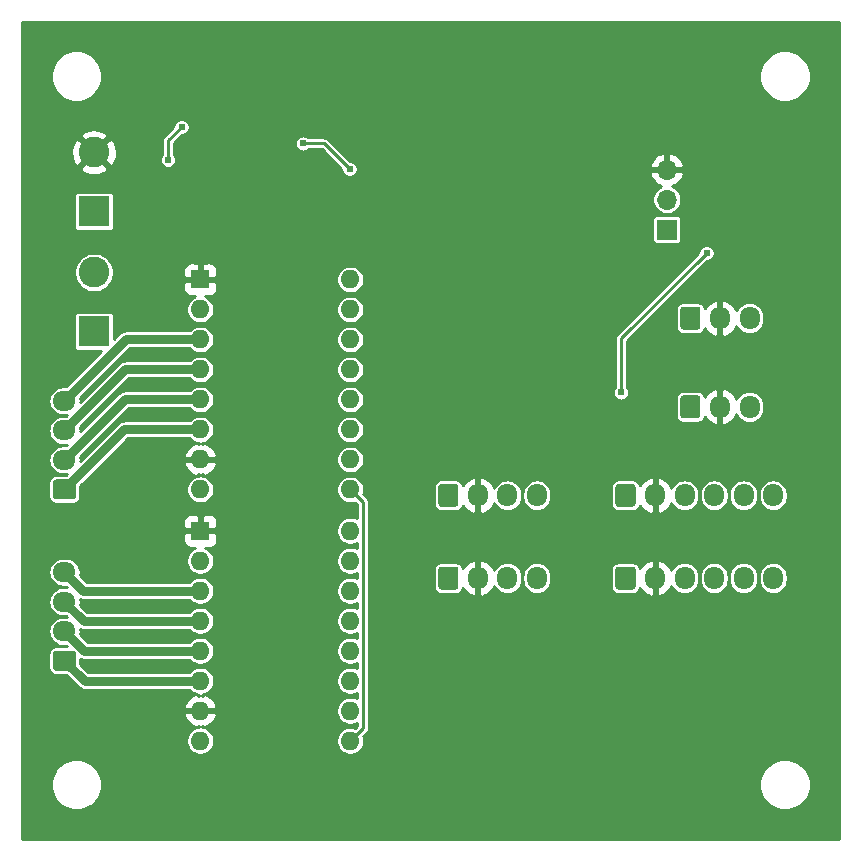
<source format=gbl>
G04 #@! TF.GenerationSoftware,KiCad,Pcbnew,(5.1.9)-1*
G04 #@! TF.CreationDate,2022-01-22T14:39:00-06:00*
G04 #@! TF.ProjectId,MuscleRoller,4d757363-6c65-4526-9f6c-6c65722e6b69,rev?*
G04 #@! TF.SameCoordinates,Original*
G04 #@! TF.FileFunction,Copper,L2,Bot*
G04 #@! TF.FilePolarity,Positive*
%FSLAX46Y46*%
G04 Gerber Fmt 4.6, Leading zero omitted, Abs format (unit mm)*
G04 Created by KiCad (PCBNEW (5.1.9)-1) date 2022-01-22 14:39:00*
%MOMM*%
%LPD*%
G01*
G04 APERTURE LIST*
G04 #@! TA.AperFunction,ComponentPad*
%ADD10O,1.700000X1.950000*%
G04 #@! TD*
G04 #@! TA.AperFunction,ComponentPad*
%ADD11C,2.600000*%
G04 #@! TD*
G04 #@! TA.AperFunction,ComponentPad*
%ADD12R,2.600000X2.600000*%
G04 #@! TD*
G04 #@! TA.AperFunction,ComponentPad*
%ADD13O,1.950000X1.700000*%
G04 #@! TD*
G04 #@! TA.AperFunction,ComponentPad*
%ADD14O,1.700000X1.700000*%
G04 #@! TD*
G04 #@! TA.AperFunction,ComponentPad*
%ADD15R,1.700000X1.700000*%
G04 #@! TD*
G04 #@! TA.AperFunction,ComponentPad*
%ADD16O,1.600000X1.600000*%
G04 #@! TD*
G04 #@! TA.AperFunction,ComponentPad*
%ADD17R,1.600000X1.600000*%
G04 #@! TD*
G04 #@! TA.AperFunction,ViaPad*
%ADD18C,0.609600*%
G04 #@! TD*
G04 #@! TA.AperFunction,Conductor*
%ADD19C,0.254000*%
G04 #@! TD*
G04 #@! TA.AperFunction,Conductor*
%ADD20C,0.762000*%
G04 #@! TD*
G04 #@! TA.AperFunction,Conductor*
%ADD21C,0.100000*%
G04 #@! TD*
G04 APERTURE END LIST*
D10*
X169500000Y-114500000D03*
X167000000Y-114500000D03*
G04 #@! TA.AperFunction,ComponentPad*
G36*
G01*
X163650000Y-115225000D02*
X163650000Y-113775000D01*
G75*
G02*
X163900000Y-113525000I250000J0D01*
G01*
X165100000Y-113525000D01*
G75*
G02*
X165350000Y-113775000I0J-250000D01*
G01*
X165350000Y-115225000D01*
G75*
G02*
X165100000Y-115475000I-250000J0D01*
G01*
X163900000Y-115475000D01*
G75*
G02*
X163650000Y-115225000I0J250000D01*
G01*
G37*
G04 #@! TD.AperFunction*
X169500000Y-107000000D03*
X167000000Y-107000000D03*
G04 #@! TA.AperFunction,ComponentPad*
G36*
G01*
X163650000Y-107725000D02*
X163650000Y-106275000D01*
G75*
G02*
X163900000Y-106025000I250000J0D01*
G01*
X165100000Y-106025000D01*
G75*
G02*
X165350000Y-106275000I0J-250000D01*
G01*
X165350000Y-107725000D01*
G75*
G02*
X165100000Y-107975000I-250000J0D01*
G01*
X163900000Y-107975000D01*
G75*
G02*
X163650000Y-107725000I0J250000D01*
G01*
G37*
G04 #@! TD.AperFunction*
D11*
X114000000Y-103124000D03*
D12*
X114000000Y-108124000D03*
D13*
X111500000Y-128500000D03*
X111500000Y-131000000D03*
X111500000Y-133500000D03*
G04 #@! TA.AperFunction,ComponentPad*
G36*
G01*
X112225000Y-136850000D02*
X110775000Y-136850000D01*
G75*
G02*
X110525000Y-136600000I0J250000D01*
G01*
X110525000Y-135400000D01*
G75*
G02*
X110775000Y-135150000I250000J0D01*
G01*
X112225000Y-135150000D01*
G75*
G02*
X112475000Y-135400000I0J-250000D01*
G01*
X112475000Y-136600000D01*
G75*
G02*
X112225000Y-136850000I-250000J0D01*
G01*
G37*
G04 #@! TD.AperFunction*
X111500000Y-114000000D03*
X111500000Y-116500000D03*
X111500000Y-119000000D03*
G04 #@! TA.AperFunction,ComponentPad*
G36*
G01*
X112225000Y-122350000D02*
X110775000Y-122350000D01*
G75*
G02*
X110525000Y-122100000I0J250000D01*
G01*
X110525000Y-120900000D01*
G75*
G02*
X110775000Y-120650000I250000J0D01*
G01*
X112225000Y-120650000D01*
G75*
G02*
X112475000Y-120900000I0J-250000D01*
G01*
X112475000Y-122100000D01*
G75*
G02*
X112225000Y-122350000I-250000J0D01*
G01*
G37*
G04 #@! TD.AperFunction*
D14*
X162500000Y-94420000D03*
X162500000Y-96960000D03*
D15*
X162500000Y-99500000D03*
D10*
X151500000Y-129000000D03*
X149000000Y-129000000D03*
X146500000Y-129000000D03*
G04 #@! TA.AperFunction,ComponentPad*
G36*
G01*
X143150000Y-129725000D02*
X143150000Y-128275000D01*
G75*
G02*
X143400000Y-128025000I250000J0D01*
G01*
X144600000Y-128025000D01*
G75*
G02*
X144850000Y-128275000I0J-250000D01*
G01*
X144850000Y-129725000D01*
G75*
G02*
X144600000Y-129975000I-250000J0D01*
G01*
X143400000Y-129975000D01*
G75*
G02*
X143150000Y-129725000I0J250000D01*
G01*
G37*
G04 #@! TD.AperFunction*
X151500000Y-122000000D03*
X149000000Y-122000000D03*
X146500000Y-122000000D03*
G04 #@! TA.AperFunction,ComponentPad*
G36*
G01*
X143150000Y-122725000D02*
X143150000Y-121275000D01*
G75*
G02*
X143400000Y-121025000I250000J0D01*
G01*
X144600000Y-121025000D01*
G75*
G02*
X144850000Y-121275000I0J-250000D01*
G01*
X144850000Y-122725000D01*
G75*
G02*
X144600000Y-122975000I-250000J0D01*
G01*
X143400000Y-122975000D01*
G75*
G02*
X143150000Y-122725000I0J250000D01*
G01*
G37*
G04 #@! TD.AperFunction*
D11*
X114000000Y-92964000D03*
D12*
X114000000Y-97964000D03*
D10*
X171500000Y-129000000D03*
X169000000Y-129000000D03*
X166500000Y-129000000D03*
X164000000Y-129000000D03*
X161500000Y-129000000D03*
G04 #@! TA.AperFunction,ComponentPad*
G36*
G01*
X158150000Y-129725000D02*
X158150000Y-128275000D01*
G75*
G02*
X158400000Y-128025000I250000J0D01*
G01*
X159600000Y-128025000D01*
G75*
G02*
X159850000Y-128275000I0J-250000D01*
G01*
X159850000Y-129725000D01*
G75*
G02*
X159600000Y-129975000I-250000J0D01*
G01*
X158400000Y-129975000D01*
G75*
G02*
X158150000Y-129725000I0J250000D01*
G01*
G37*
G04 #@! TD.AperFunction*
X171500000Y-122000000D03*
X169000000Y-122000000D03*
X166500000Y-122000000D03*
X164000000Y-122000000D03*
X161500000Y-122000000D03*
G04 #@! TA.AperFunction,ComponentPad*
G36*
G01*
X158150000Y-122725000D02*
X158150000Y-121275000D01*
G75*
G02*
X158400000Y-121025000I250000J0D01*
G01*
X159600000Y-121025000D01*
G75*
G02*
X159850000Y-121275000I0J-250000D01*
G01*
X159850000Y-122725000D01*
G75*
G02*
X159600000Y-122975000I-250000J0D01*
G01*
X158400000Y-122975000D01*
G75*
G02*
X158150000Y-122725000I0J250000D01*
G01*
G37*
G04 #@! TD.AperFunction*
D16*
X135700000Y-125000000D03*
X123000000Y-142780000D03*
X135700000Y-127540000D03*
X123000000Y-140240000D03*
X135700000Y-130080000D03*
X123000000Y-137700000D03*
X135700000Y-132620000D03*
X123000000Y-135160000D03*
X135700000Y-135160000D03*
X123000000Y-132620000D03*
X135700000Y-137700000D03*
X123000000Y-130080000D03*
X135700000Y-140240000D03*
X123000000Y-127540000D03*
X135700000Y-142780000D03*
D17*
X123000000Y-125000000D03*
D16*
X135700000Y-103720000D03*
X123000000Y-121500000D03*
X135700000Y-106260000D03*
X123000000Y-118960000D03*
X135700000Y-108800000D03*
X123000000Y-116420000D03*
X135700000Y-111340000D03*
X123000000Y-113880000D03*
X135700000Y-113880000D03*
X123000000Y-111340000D03*
X135700000Y-116420000D03*
X123000000Y-108800000D03*
X135700000Y-118960000D03*
X123000000Y-106260000D03*
X135700000Y-121500000D03*
D17*
X123000000Y-103720000D03*
D18*
X126619000Y-97663000D03*
X144018000Y-113919000D03*
X135636000Y-94361000D03*
X131699000Y-92202000D03*
X121412000Y-90805000D03*
X120269000Y-93599000D03*
X165862000Y-101473000D03*
X158623000Y-113284000D03*
D19*
X133477000Y-92202000D02*
X131699000Y-92202000D01*
X135636000Y-94361000D02*
X133477000Y-92202000D01*
X120269000Y-91948000D02*
X120269000Y-93599000D01*
X121412000Y-90805000D02*
X120269000Y-91948000D01*
X158623000Y-108712000D02*
X158623000Y-113284000D01*
X165862000Y-101473000D02*
X158623000Y-108712000D01*
D20*
X116580000Y-116420000D02*
X111500000Y-121500000D01*
X123000000Y-116420000D02*
X116580000Y-116420000D01*
X116620000Y-113880000D02*
X111500000Y-119000000D01*
X123000000Y-113880000D02*
X116620000Y-113880000D01*
X116660000Y-111340000D02*
X111500000Y-116500000D01*
X123000000Y-111340000D02*
X116660000Y-111340000D01*
X116700000Y-108800000D02*
X111500000Y-114000000D01*
X123000000Y-108800000D02*
X116700000Y-108800000D01*
X113200000Y-137700000D02*
X111500000Y-136000000D01*
X123000000Y-137700000D02*
X113200000Y-137700000D01*
X113160000Y-135160000D02*
X111500000Y-133500000D01*
X123000000Y-135160000D02*
X113160000Y-135160000D01*
X113120000Y-132620000D02*
X111500000Y-131000000D01*
X123000000Y-132620000D02*
X113120000Y-132620000D01*
X113080000Y-130080000D02*
X111500000Y-128500000D01*
X123000000Y-130080000D02*
X113080000Y-130080000D01*
D19*
X136754001Y-141725999D02*
X135700000Y-142780000D01*
X136754001Y-122554001D02*
X136754001Y-141725999D01*
X135700000Y-121500000D02*
X136754001Y-122554001D01*
X177094001Y-151094000D02*
X107906000Y-151094000D01*
X107906000Y-146286715D01*
X110334478Y-146286715D01*
X110334478Y-146713285D01*
X110417698Y-147131659D01*
X110580939Y-147525759D01*
X110817929Y-147880440D01*
X111119560Y-148182071D01*
X111474241Y-148419061D01*
X111868341Y-148582302D01*
X112286715Y-148665522D01*
X112713285Y-148665522D01*
X113131659Y-148582302D01*
X113525759Y-148419061D01*
X113880440Y-148182071D01*
X114182071Y-147880440D01*
X114419061Y-147525759D01*
X114582302Y-147131659D01*
X114665522Y-146713285D01*
X114665522Y-146286715D01*
X170334478Y-146286715D01*
X170334478Y-146713285D01*
X170417698Y-147131659D01*
X170580939Y-147525759D01*
X170817929Y-147880440D01*
X171119560Y-148182071D01*
X171474241Y-148419061D01*
X171868341Y-148582302D01*
X172286715Y-148665522D01*
X172713285Y-148665522D01*
X173131659Y-148582302D01*
X173525759Y-148419061D01*
X173880440Y-148182071D01*
X174182071Y-147880440D01*
X174419061Y-147525759D01*
X174582302Y-147131659D01*
X174665522Y-146713285D01*
X174665522Y-146286715D01*
X174582302Y-145868341D01*
X174419061Y-145474241D01*
X174182071Y-145119560D01*
X173880440Y-144817929D01*
X173525759Y-144580939D01*
X173131659Y-144417698D01*
X172713285Y-144334478D01*
X172286715Y-144334478D01*
X171868341Y-144417698D01*
X171474241Y-144580939D01*
X171119560Y-144817929D01*
X170817929Y-145119560D01*
X170580939Y-145474241D01*
X170417698Y-145868341D01*
X170334478Y-146286715D01*
X114665522Y-146286715D01*
X114582302Y-145868341D01*
X114419061Y-145474241D01*
X114182071Y-145119560D01*
X113880440Y-144817929D01*
X113525759Y-144580939D01*
X113131659Y-144417698D01*
X112713285Y-144334478D01*
X112286715Y-144334478D01*
X111868341Y-144417698D01*
X111474241Y-144580939D01*
X111119560Y-144817929D01*
X110817929Y-145119560D01*
X110580939Y-145474241D01*
X110417698Y-145868341D01*
X110334478Y-146286715D01*
X107906000Y-146286715D01*
X107906000Y-140589039D01*
X121608096Y-140589039D01*
X121648754Y-140723087D01*
X121768963Y-140977420D01*
X121936481Y-141203414D01*
X122144869Y-141392385D01*
X122386119Y-141537070D01*
X122650960Y-141631909D01*
X122872998Y-141510625D01*
X122872998Y-141601125D01*
X122655515Y-141644386D01*
X122440587Y-141733412D01*
X122247157Y-141862658D01*
X122082658Y-142027157D01*
X121953412Y-142220587D01*
X121864386Y-142435515D01*
X121819000Y-142663682D01*
X121819000Y-142896318D01*
X121864386Y-143124485D01*
X121953412Y-143339413D01*
X122082658Y-143532843D01*
X122247157Y-143697342D01*
X122440587Y-143826588D01*
X122655515Y-143915614D01*
X122883682Y-143961000D01*
X123116318Y-143961000D01*
X123344485Y-143915614D01*
X123559413Y-143826588D01*
X123752843Y-143697342D01*
X123917342Y-143532843D01*
X124046588Y-143339413D01*
X124135614Y-143124485D01*
X124181000Y-142896318D01*
X124181000Y-142663682D01*
X124135614Y-142435515D01*
X124046588Y-142220587D01*
X123917342Y-142027157D01*
X123752843Y-141862658D01*
X123559413Y-141733412D01*
X123344485Y-141644386D01*
X123127002Y-141601125D01*
X123127002Y-141510625D01*
X123349040Y-141631909D01*
X123613881Y-141537070D01*
X123855131Y-141392385D01*
X124063519Y-141203414D01*
X124231037Y-140977420D01*
X124351246Y-140723087D01*
X124391904Y-140589039D01*
X124269915Y-140367000D01*
X123127000Y-140367000D01*
X123127000Y-140387000D01*
X122873000Y-140387000D01*
X122873000Y-140367000D01*
X121730085Y-140367000D01*
X121608096Y-140589039D01*
X107906000Y-140589039D01*
X107906000Y-128500000D01*
X110138044Y-128500000D01*
X110161812Y-128741318D01*
X110232202Y-128973363D01*
X110346509Y-129187216D01*
X110500340Y-129374660D01*
X110687784Y-129528491D01*
X110901637Y-129642798D01*
X111133682Y-129713188D01*
X111314528Y-129731000D01*
X111653370Y-129731000D01*
X111692014Y-129769644D01*
X111685472Y-129769000D01*
X111314528Y-129769000D01*
X111133682Y-129786812D01*
X110901637Y-129857202D01*
X110687784Y-129971509D01*
X110500340Y-130125340D01*
X110346509Y-130312784D01*
X110232202Y-130526637D01*
X110161812Y-130758682D01*
X110138044Y-131000000D01*
X110161812Y-131241318D01*
X110232202Y-131473363D01*
X110346509Y-131687216D01*
X110500340Y-131874660D01*
X110687784Y-132028491D01*
X110901637Y-132142798D01*
X111133682Y-132213188D01*
X111314528Y-132231000D01*
X111653370Y-132231000D01*
X111692014Y-132269644D01*
X111685472Y-132269000D01*
X111314528Y-132269000D01*
X111133682Y-132286812D01*
X110901637Y-132357202D01*
X110687784Y-132471509D01*
X110500340Y-132625340D01*
X110346509Y-132812784D01*
X110232202Y-133026637D01*
X110161812Y-133258682D01*
X110138044Y-133500000D01*
X110161812Y-133741318D01*
X110232202Y-133973363D01*
X110346509Y-134187216D01*
X110500340Y-134374660D01*
X110687784Y-134528491D01*
X110901637Y-134642798D01*
X111133682Y-134713188D01*
X111314528Y-134731000D01*
X111653370Y-134731000D01*
X111689527Y-134767157D01*
X110775000Y-134767157D01*
X110651538Y-134779317D01*
X110532821Y-134815329D01*
X110423411Y-134873810D01*
X110327512Y-134952512D01*
X110248810Y-135048411D01*
X110190329Y-135157821D01*
X110154317Y-135276538D01*
X110142157Y-135400000D01*
X110142157Y-136600000D01*
X110154317Y-136723462D01*
X110190329Y-136842179D01*
X110248810Y-136951589D01*
X110327512Y-137047488D01*
X110423411Y-137126190D01*
X110532821Y-137184671D01*
X110651538Y-137220683D01*
X110775000Y-137232843D01*
X111655213Y-137232843D01*
X112634721Y-138212352D01*
X112658578Y-138241422D01*
X112774608Y-138336645D01*
X112906985Y-138407402D01*
X113050622Y-138450974D01*
X113162574Y-138462000D01*
X113162576Y-138462000D01*
X113199999Y-138465686D01*
X113237422Y-138462000D01*
X122091815Y-138462000D01*
X122247157Y-138617342D01*
X122440587Y-138746588D01*
X122655515Y-138835614D01*
X122872998Y-138878875D01*
X122872998Y-138969375D01*
X122650960Y-138848091D01*
X122386119Y-138942930D01*
X122144869Y-139087615D01*
X121936481Y-139276586D01*
X121768963Y-139502580D01*
X121648754Y-139756913D01*
X121608096Y-139890961D01*
X121730085Y-140113000D01*
X122873000Y-140113000D01*
X122873000Y-140093000D01*
X123127000Y-140093000D01*
X123127000Y-140113000D01*
X124269915Y-140113000D01*
X124391904Y-139890961D01*
X124351246Y-139756913D01*
X124231037Y-139502580D01*
X124063519Y-139276586D01*
X123855131Y-139087615D01*
X123613881Y-138942930D01*
X123349040Y-138848091D01*
X123127002Y-138969375D01*
X123127002Y-138878875D01*
X123344485Y-138835614D01*
X123559413Y-138746588D01*
X123752843Y-138617342D01*
X123917342Y-138452843D01*
X124046588Y-138259413D01*
X124135614Y-138044485D01*
X124181000Y-137816318D01*
X124181000Y-137583682D01*
X124135614Y-137355515D01*
X124046588Y-137140587D01*
X123917342Y-136947157D01*
X123752843Y-136782658D01*
X123559413Y-136653412D01*
X123344485Y-136564386D01*
X123116318Y-136519000D01*
X122883682Y-136519000D01*
X122655515Y-136564386D01*
X122440587Y-136653412D01*
X122247157Y-136782658D01*
X122091815Y-136938000D01*
X113515631Y-136938000D01*
X112857843Y-136280213D01*
X112857843Y-135862515D01*
X112866985Y-135867402D01*
X113010622Y-135910974D01*
X113122574Y-135922000D01*
X113122577Y-135922000D01*
X113160000Y-135925686D01*
X113197423Y-135922000D01*
X122091815Y-135922000D01*
X122247157Y-136077342D01*
X122440587Y-136206588D01*
X122655515Y-136295614D01*
X122883682Y-136341000D01*
X123116318Y-136341000D01*
X123344485Y-136295614D01*
X123559413Y-136206588D01*
X123752843Y-136077342D01*
X123917342Y-135912843D01*
X124046588Y-135719413D01*
X124135614Y-135504485D01*
X124181000Y-135276318D01*
X124181000Y-135043682D01*
X124135614Y-134815515D01*
X124046588Y-134600587D01*
X123917342Y-134407157D01*
X123752843Y-134242658D01*
X123559413Y-134113412D01*
X123344485Y-134024386D01*
X123116318Y-133979000D01*
X122883682Y-133979000D01*
X122655515Y-134024386D01*
X122440587Y-134113412D01*
X122247157Y-134242658D01*
X122091815Y-134398000D01*
X113475630Y-134398000D01*
X112833710Y-133756080D01*
X112838188Y-133741318D01*
X112861956Y-133500000D01*
X112845510Y-133333021D01*
X112970622Y-133370974D01*
X113082574Y-133382000D01*
X113082577Y-133382000D01*
X113120000Y-133385686D01*
X113157423Y-133382000D01*
X122091815Y-133382000D01*
X122247157Y-133537342D01*
X122440587Y-133666588D01*
X122655515Y-133755614D01*
X122883682Y-133801000D01*
X123116318Y-133801000D01*
X123344485Y-133755614D01*
X123559413Y-133666588D01*
X123752843Y-133537342D01*
X123917342Y-133372843D01*
X124046588Y-133179413D01*
X124135614Y-132964485D01*
X124181000Y-132736318D01*
X124181000Y-132503682D01*
X124135614Y-132275515D01*
X124046588Y-132060587D01*
X123917342Y-131867157D01*
X123752843Y-131702658D01*
X123559413Y-131573412D01*
X123344485Y-131484386D01*
X123116318Y-131439000D01*
X122883682Y-131439000D01*
X122655515Y-131484386D01*
X122440587Y-131573412D01*
X122247157Y-131702658D01*
X122091815Y-131858000D01*
X113435631Y-131858000D01*
X112833710Y-131256080D01*
X112838188Y-131241318D01*
X112861956Y-131000000D01*
X112842681Y-130804297D01*
X112930622Y-130830974D01*
X113042574Y-130842000D01*
X113042576Y-130842000D01*
X113079999Y-130845686D01*
X113117422Y-130842000D01*
X122091815Y-130842000D01*
X122247157Y-130997342D01*
X122440587Y-131126588D01*
X122655515Y-131215614D01*
X122883682Y-131261000D01*
X123116318Y-131261000D01*
X123344485Y-131215614D01*
X123559413Y-131126588D01*
X123752843Y-130997342D01*
X123917342Y-130832843D01*
X124046588Y-130639413D01*
X124135614Y-130424485D01*
X124181000Y-130196318D01*
X124181000Y-129963682D01*
X124135614Y-129735515D01*
X124046588Y-129520587D01*
X123917342Y-129327157D01*
X123752843Y-129162658D01*
X123559413Y-129033412D01*
X123344485Y-128944386D01*
X123116318Y-128899000D01*
X122883682Y-128899000D01*
X122655515Y-128944386D01*
X122440587Y-129033412D01*
X122247157Y-129162658D01*
X122091815Y-129318000D01*
X113395631Y-129318000D01*
X112833710Y-128756080D01*
X112838188Y-128741318D01*
X112861956Y-128500000D01*
X112838188Y-128258682D01*
X112767798Y-128026637D01*
X112653491Y-127812784D01*
X112499660Y-127625340D01*
X112312216Y-127471509D01*
X112098363Y-127357202D01*
X111866318Y-127286812D01*
X111685472Y-127269000D01*
X111314528Y-127269000D01*
X111133682Y-127286812D01*
X110901637Y-127357202D01*
X110687784Y-127471509D01*
X110500340Y-127625340D01*
X110346509Y-127812784D01*
X110232202Y-128026637D01*
X110161812Y-128258682D01*
X110138044Y-128500000D01*
X107906000Y-128500000D01*
X107906000Y-125800000D01*
X121561928Y-125800000D01*
X121574188Y-125924482D01*
X121610498Y-126044180D01*
X121669463Y-126154494D01*
X121748815Y-126251185D01*
X121845506Y-126330537D01*
X121955820Y-126389502D01*
X122075518Y-126425812D01*
X122200000Y-126438072D01*
X122579665Y-126435804D01*
X122440587Y-126493412D01*
X122247157Y-126622658D01*
X122082658Y-126787157D01*
X121953412Y-126980587D01*
X121864386Y-127195515D01*
X121819000Y-127423682D01*
X121819000Y-127656318D01*
X121864386Y-127884485D01*
X121953412Y-128099413D01*
X122082658Y-128292843D01*
X122247157Y-128457342D01*
X122440587Y-128586588D01*
X122655515Y-128675614D01*
X122883682Y-128721000D01*
X123116318Y-128721000D01*
X123344485Y-128675614D01*
X123559413Y-128586588D01*
X123752843Y-128457342D01*
X123917342Y-128292843D01*
X124046588Y-128099413D01*
X124135614Y-127884485D01*
X124181000Y-127656318D01*
X124181000Y-127423682D01*
X124135614Y-127195515D01*
X124046588Y-126980587D01*
X123917342Y-126787157D01*
X123752843Y-126622658D01*
X123559413Y-126493412D01*
X123420335Y-126435804D01*
X123800000Y-126438072D01*
X123924482Y-126425812D01*
X124044180Y-126389502D01*
X124154494Y-126330537D01*
X124251185Y-126251185D01*
X124330537Y-126154494D01*
X124389502Y-126044180D01*
X124425812Y-125924482D01*
X124438072Y-125800000D01*
X124435000Y-125285750D01*
X124276250Y-125127000D01*
X123127000Y-125127000D01*
X123127000Y-125147000D01*
X122873000Y-125147000D01*
X122873000Y-125127000D01*
X121723750Y-125127000D01*
X121565000Y-125285750D01*
X121561928Y-125800000D01*
X107906000Y-125800000D01*
X107906000Y-124200000D01*
X121561928Y-124200000D01*
X121565000Y-124714250D01*
X121723750Y-124873000D01*
X122873000Y-124873000D01*
X122873000Y-123723750D01*
X123127000Y-123723750D01*
X123127000Y-124873000D01*
X124276250Y-124873000D01*
X124435000Y-124714250D01*
X124438072Y-124200000D01*
X124425812Y-124075518D01*
X124389502Y-123955820D01*
X124330537Y-123845506D01*
X124251185Y-123748815D01*
X124154494Y-123669463D01*
X124044180Y-123610498D01*
X123924482Y-123574188D01*
X123800000Y-123561928D01*
X123285750Y-123565000D01*
X123127000Y-123723750D01*
X122873000Y-123723750D01*
X122714250Y-123565000D01*
X122200000Y-123561928D01*
X122075518Y-123574188D01*
X121955820Y-123610498D01*
X121845506Y-123669463D01*
X121748815Y-123748815D01*
X121669463Y-123845506D01*
X121610498Y-123955820D01*
X121574188Y-124075518D01*
X121561928Y-124200000D01*
X107906000Y-124200000D01*
X107906000Y-114000000D01*
X110138044Y-114000000D01*
X110161812Y-114241318D01*
X110232202Y-114473363D01*
X110346509Y-114687216D01*
X110500340Y-114874660D01*
X110687784Y-115028491D01*
X110901637Y-115142798D01*
X111133682Y-115213188D01*
X111314528Y-115231000D01*
X111685472Y-115231000D01*
X111692014Y-115230356D01*
X111653370Y-115269000D01*
X111314528Y-115269000D01*
X111133682Y-115286812D01*
X110901637Y-115357202D01*
X110687784Y-115471509D01*
X110500340Y-115625340D01*
X110346509Y-115812784D01*
X110232202Y-116026637D01*
X110161812Y-116258682D01*
X110138044Y-116500000D01*
X110161812Y-116741318D01*
X110232202Y-116973363D01*
X110346509Y-117187216D01*
X110500340Y-117374660D01*
X110687784Y-117528491D01*
X110901637Y-117642798D01*
X111133682Y-117713188D01*
X111314528Y-117731000D01*
X111685472Y-117731000D01*
X111692014Y-117730356D01*
X111653370Y-117769000D01*
X111314528Y-117769000D01*
X111133682Y-117786812D01*
X110901637Y-117857202D01*
X110687784Y-117971509D01*
X110500340Y-118125340D01*
X110346509Y-118312784D01*
X110232202Y-118526637D01*
X110161812Y-118758682D01*
X110138044Y-119000000D01*
X110161812Y-119241318D01*
X110232202Y-119473363D01*
X110346509Y-119687216D01*
X110500340Y-119874660D01*
X110687784Y-120028491D01*
X110901637Y-120142798D01*
X111133682Y-120213188D01*
X111314528Y-120231000D01*
X111685472Y-120231000D01*
X111692014Y-120230356D01*
X111655213Y-120267157D01*
X110775000Y-120267157D01*
X110651538Y-120279317D01*
X110532821Y-120315329D01*
X110423411Y-120373810D01*
X110327512Y-120452512D01*
X110248810Y-120548411D01*
X110190329Y-120657821D01*
X110154317Y-120776538D01*
X110142157Y-120900000D01*
X110142157Y-122100000D01*
X110154317Y-122223462D01*
X110190329Y-122342179D01*
X110248810Y-122451589D01*
X110327512Y-122547488D01*
X110423411Y-122626190D01*
X110532821Y-122684671D01*
X110651538Y-122720683D01*
X110775000Y-122732843D01*
X112225000Y-122732843D01*
X112348462Y-122720683D01*
X112467179Y-122684671D01*
X112576589Y-122626190D01*
X112672488Y-122547488D01*
X112751190Y-122451589D01*
X112809671Y-122342179D01*
X112845683Y-122223462D01*
X112857843Y-122100000D01*
X112857843Y-121219787D01*
X114768591Y-119309039D01*
X121608096Y-119309039D01*
X121648754Y-119443087D01*
X121768963Y-119697420D01*
X121936481Y-119923414D01*
X122144869Y-120112385D01*
X122386119Y-120257070D01*
X122650960Y-120351909D01*
X122872998Y-120230625D01*
X122872998Y-120321125D01*
X122655515Y-120364386D01*
X122440587Y-120453412D01*
X122247157Y-120582658D01*
X122082658Y-120747157D01*
X121953412Y-120940587D01*
X121864386Y-121155515D01*
X121819000Y-121383682D01*
X121819000Y-121616318D01*
X121864386Y-121844485D01*
X121953412Y-122059413D01*
X122082658Y-122252843D01*
X122247157Y-122417342D01*
X122440587Y-122546588D01*
X122655515Y-122635614D01*
X122883682Y-122681000D01*
X123116318Y-122681000D01*
X123344485Y-122635614D01*
X123559413Y-122546588D01*
X123752843Y-122417342D01*
X123917342Y-122252843D01*
X124046588Y-122059413D01*
X124135614Y-121844485D01*
X124181000Y-121616318D01*
X124181000Y-121383682D01*
X134519000Y-121383682D01*
X134519000Y-121616318D01*
X134564386Y-121844485D01*
X134653412Y-122059413D01*
X134782658Y-122252843D01*
X134947157Y-122417342D01*
X135140587Y-122546588D01*
X135355515Y-122635614D01*
X135583682Y-122681000D01*
X135816318Y-122681000D01*
X136044485Y-122635614D01*
X136095898Y-122614318D01*
X136246001Y-122764421D01*
X136246001Y-123947857D01*
X136044485Y-123864386D01*
X135816318Y-123819000D01*
X135583682Y-123819000D01*
X135355515Y-123864386D01*
X135140587Y-123953412D01*
X134947157Y-124082658D01*
X134782658Y-124247157D01*
X134653412Y-124440587D01*
X134564386Y-124655515D01*
X134519000Y-124883682D01*
X134519000Y-125116318D01*
X134564386Y-125344485D01*
X134653412Y-125559413D01*
X134782658Y-125752843D01*
X134947157Y-125917342D01*
X135140587Y-126046588D01*
X135355515Y-126135614D01*
X135583682Y-126181000D01*
X135816318Y-126181000D01*
X136044485Y-126135614D01*
X136246001Y-126052143D01*
X136246001Y-126487857D01*
X136044485Y-126404386D01*
X135816318Y-126359000D01*
X135583682Y-126359000D01*
X135355515Y-126404386D01*
X135140587Y-126493412D01*
X134947157Y-126622658D01*
X134782658Y-126787157D01*
X134653412Y-126980587D01*
X134564386Y-127195515D01*
X134519000Y-127423682D01*
X134519000Y-127656318D01*
X134564386Y-127884485D01*
X134653412Y-128099413D01*
X134782658Y-128292843D01*
X134947157Y-128457342D01*
X135140587Y-128586588D01*
X135355515Y-128675614D01*
X135583682Y-128721000D01*
X135816318Y-128721000D01*
X136044485Y-128675614D01*
X136246001Y-128592143D01*
X136246001Y-129027857D01*
X136044485Y-128944386D01*
X135816318Y-128899000D01*
X135583682Y-128899000D01*
X135355515Y-128944386D01*
X135140587Y-129033412D01*
X134947157Y-129162658D01*
X134782658Y-129327157D01*
X134653412Y-129520587D01*
X134564386Y-129735515D01*
X134519000Y-129963682D01*
X134519000Y-130196318D01*
X134564386Y-130424485D01*
X134653412Y-130639413D01*
X134782658Y-130832843D01*
X134947157Y-130997342D01*
X135140587Y-131126588D01*
X135355515Y-131215614D01*
X135583682Y-131261000D01*
X135816318Y-131261000D01*
X136044485Y-131215614D01*
X136246001Y-131132143D01*
X136246001Y-131567857D01*
X136044485Y-131484386D01*
X135816318Y-131439000D01*
X135583682Y-131439000D01*
X135355515Y-131484386D01*
X135140587Y-131573412D01*
X134947157Y-131702658D01*
X134782658Y-131867157D01*
X134653412Y-132060587D01*
X134564386Y-132275515D01*
X134519000Y-132503682D01*
X134519000Y-132736318D01*
X134564386Y-132964485D01*
X134653412Y-133179413D01*
X134782658Y-133372843D01*
X134947157Y-133537342D01*
X135140587Y-133666588D01*
X135355515Y-133755614D01*
X135583682Y-133801000D01*
X135816318Y-133801000D01*
X136044485Y-133755614D01*
X136246002Y-133672143D01*
X136246002Y-134107857D01*
X136044485Y-134024386D01*
X135816318Y-133979000D01*
X135583682Y-133979000D01*
X135355515Y-134024386D01*
X135140587Y-134113412D01*
X134947157Y-134242658D01*
X134782658Y-134407157D01*
X134653412Y-134600587D01*
X134564386Y-134815515D01*
X134519000Y-135043682D01*
X134519000Y-135276318D01*
X134564386Y-135504485D01*
X134653412Y-135719413D01*
X134782658Y-135912843D01*
X134947157Y-136077342D01*
X135140587Y-136206588D01*
X135355515Y-136295614D01*
X135583682Y-136341000D01*
X135816318Y-136341000D01*
X136044485Y-136295614D01*
X136246002Y-136212143D01*
X136246002Y-136647857D01*
X136044485Y-136564386D01*
X135816318Y-136519000D01*
X135583682Y-136519000D01*
X135355515Y-136564386D01*
X135140587Y-136653412D01*
X134947157Y-136782658D01*
X134782658Y-136947157D01*
X134653412Y-137140587D01*
X134564386Y-137355515D01*
X134519000Y-137583682D01*
X134519000Y-137816318D01*
X134564386Y-138044485D01*
X134653412Y-138259413D01*
X134782658Y-138452843D01*
X134947157Y-138617342D01*
X135140587Y-138746588D01*
X135355515Y-138835614D01*
X135583682Y-138881000D01*
X135816318Y-138881000D01*
X136044485Y-138835614D01*
X136246002Y-138752143D01*
X136246002Y-139187857D01*
X136044485Y-139104386D01*
X135816318Y-139059000D01*
X135583682Y-139059000D01*
X135355515Y-139104386D01*
X135140587Y-139193412D01*
X134947157Y-139322658D01*
X134782658Y-139487157D01*
X134653412Y-139680587D01*
X134564386Y-139895515D01*
X134519000Y-140123682D01*
X134519000Y-140356318D01*
X134564386Y-140584485D01*
X134653412Y-140799413D01*
X134782658Y-140992843D01*
X134947157Y-141157342D01*
X135140587Y-141286588D01*
X135355515Y-141375614D01*
X135583682Y-141421000D01*
X135816318Y-141421000D01*
X136044485Y-141375614D01*
X136246002Y-141292143D01*
X136246002Y-141515578D01*
X136095898Y-141665682D01*
X136044485Y-141644386D01*
X135816318Y-141599000D01*
X135583682Y-141599000D01*
X135355515Y-141644386D01*
X135140587Y-141733412D01*
X134947157Y-141862658D01*
X134782658Y-142027157D01*
X134653412Y-142220587D01*
X134564386Y-142435515D01*
X134519000Y-142663682D01*
X134519000Y-142896318D01*
X134564386Y-143124485D01*
X134653412Y-143339413D01*
X134782658Y-143532843D01*
X134947157Y-143697342D01*
X135140587Y-143826588D01*
X135355515Y-143915614D01*
X135583682Y-143961000D01*
X135816318Y-143961000D01*
X136044485Y-143915614D01*
X136259413Y-143826588D01*
X136452843Y-143697342D01*
X136617342Y-143532843D01*
X136746588Y-143339413D01*
X136835614Y-143124485D01*
X136881000Y-142896318D01*
X136881000Y-142663682D01*
X136835614Y-142435515D01*
X136814318Y-142384102D01*
X137095566Y-142102854D01*
X137114949Y-142086947D01*
X137178430Y-142009594D01*
X137225602Y-141921342D01*
X137254650Y-141825584D01*
X137262001Y-141750946D01*
X137262001Y-141750943D01*
X137264458Y-141725999D01*
X137262001Y-141701055D01*
X137262001Y-128275000D01*
X142767157Y-128275000D01*
X142767157Y-129725000D01*
X142779317Y-129848462D01*
X142815329Y-129967179D01*
X142873810Y-130076589D01*
X142952512Y-130172488D01*
X143048411Y-130251190D01*
X143157821Y-130309671D01*
X143276538Y-130345683D01*
X143400000Y-130357843D01*
X144600000Y-130357843D01*
X144723462Y-130345683D01*
X144842179Y-130309671D01*
X144951589Y-130251190D01*
X145047488Y-130172488D01*
X145126190Y-130076589D01*
X145184671Y-129967179D01*
X145216048Y-129863740D01*
X145234947Y-129902570D01*
X145410951Y-130134429D01*
X145628807Y-130327496D01*
X145880142Y-130474352D01*
X146143110Y-130566476D01*
X146373000Y-130445155D01*
X146373000Y-129127000D01*
X146353000Y-129127000D01*
X146353000Y-128873000D01*
X146373000Y-128873000D01*
X146373000Y-127554845D01*
X146627000Y-127554845D01*
X146627000Y-128873000D01*
X146647000Y-128873000D01*
X146647000Y-129127000D01*
X146627000Y-129127000D01*
X146627000Y-130445155D01*
X146856890Y-130566476D01*
X147119858Y-130474352D01*
X147371193Y-130327496D01*
X147589049Y-130134429D01*
X147765053Y-129902570D01*
X147886465Y-129653110D01*
X147971509Y-129812216D01*
X148125341Y-129999660D01*
X148312785Y-130153491D01*
X148526638Y-130267798D01*
X148758683Y-130338188D01*
X149000000Y-130361956D01*
X149241318Y-130338188D01*
X149473363Y-130267798D01*
X149687216Y-130153491D01*
X149874660Y-129999660D01*
X150028491Y-129812215D01*
X150142798Y-129598362D01*
X150213188Y-129366317D01*
X150231000Y-129185471D01*
X150231000Y-128814529D01*
X150269000Y-128814529D01*
X150269000Y-129185472D01*
X150286812Y-129366318D01*
X150357202Y-129598363D01*
X150471509Y-129812216D01*
X150625341Y-129999660D01*
X150812785Y-130153491D01*
X151026638Y-130267798D01*
X151258683Y-130338188D01*
X151500000Y-130361956D01*
X151741318Y-130338188D01*
X151973363Y-130267798D01*
X152187216Y-130153491D01*
X152374660Y-129999660D01*
X152528491Y-129812215D01*
X152642798Y-129598362D01*
X152713188Y-129366317D01*
X152731000Y-129185471D01*
X152731000Y-128814528D01*
X152713188Y-128633682D01*
X152642798Y-128401637D01*
X152575110Y-128275000D01*
X157767157Y-128275000D01*
X157767157Y-129725000D01*
X157779317Y-129848462D01*
X157815329Y-129967179D01*
X157873810Y-130076589D01*
X157952512Y-130172488D01*
X158048411Y-130251190D01*
X158157821Y-130309671D01*
X158276538Y-130345683D01*
X158400000Y-130357843D01*
X159600000Y-130357843D01*
X159723462Y-130345683D01*
X159842179Y-130309671D01*
X159951589Y-130251190D01*
X160047488Y-130172488D01*
X160126190Y-130076589D01*
X160184671Y-129967179D01*
X160216048Y-129863740D01*
X160234947Y-129902570D01*
X160410951Y-130134429D01*
X160628807Y-130327496D01*
X160880142Y-130474352D01*
X161143110Y-130566476D01*
X161373000Y-130445155D01*
X161373000Y-129127000D01*
X161353000Y-129127000D01*
X161353000Y-128873000D01*
X161373000Y-128873000D01*
X161373000Y-127554845D01*
X161627000Y-127554845D01*
X161627000Y-128873000D01*
X161647000Y-128873000D01*
X161647000Y-129127000D01*
X161627000Y-129127000D01*
X161627000Y-130445155D01*
X161856890Y-130566476D01*
X162119858Y-130474352D01*
X162371193Y-130327496D01*
X162589049Y-130134429D01*
X162765053Y-129902570D01*
X162886465Y-129653110D01*
X162971509Y-129812216D01*
X163125341Y-129999660D01*
X163312785Y-130153491D01*
X163526638Y-130267798D01*
X163758683Y-130338188D01*
X164000000Y-130361956D01*
X164241318Y-130338188D01*
X164473363Y-130267798D01*
X164687216Y-130153491D01*
X164874660Y-129999660D01*
X165028491Y-129812215D01*
X165142798Y-129598362D01*
X165213188Y-129366317D01*
X165231000Y-129185471D01*
X165231000Y-128814529D01*
X165269000Y-128814529D01*
X165269000Y-129185472D01*
X165286812Y-129366318D01*
X165357202Y-129598363D01*
X165471509Y-129812216D01*
X165625341Y-129999660D01*
X165812785Y-130153491D01*
X166026638Y-130267798D01*
X166258683Y-130338188D01*
X166500000Y-130361956D01*
X166741318Y-130338188D01*
X166973363Y-130267798D01*
X167187216Y-130153491D01*
X167374660Y-129999660D01*
X167528491Y-129812215D01*
X167642798Y-129598362D01*
X167713188Y-129366317D01*
X167731000Y-129185471D01*
X167731000Y-128814529D01*
X167769000Y-128814529D01*
X167769000Y-129185472D01*
X167786812Y-129366318D01*
X167857202Y-129598363D01*
X167971509Y-129812216D01*
X168125341Y-129999660D01*
X168312785Y-130153491D01*
X168526638Y-130267798D01*
X168758683Y-130338188D01*
X169000000Y-130361956D01*
X169241318Y-130338188D01*
X169473363Y-130267798D01*
X169687216Y-130153491D01*
X169874660Y-129999660D01*
X170028491Y-129812215D01*
X170142798Y-129598362D01*
X170213188Y-129366317D01*
X170231000Y-129185471D01*
X170231000Y-128814529D01*
X170269000Y-128814529D01*
X170269000Y-129185472D01*
X170286812Y-129366318D01*
X170357202Y-129598363D01*
X170471509Y-129812216D01*
X170625341Y-129999660D01*
X170812785Y-130153491D01*
X171026638Y-130267798D01*
X171258683Y-130338188D01*
X171500000Y-130361956D01*
X171741318Y-130338188D01*
X171973363Y-130267798D01*
X172187216Y-130153491D01*
X172374660Y-129999660D01*
X172528491Y-129812215D01*
X172642798Y-129598362D01*
X172713188Y-129366317D01*
X172731000Y-129185471D01*
X172731000Y-128814528D01*
X172713188Y-128633682D01*
X172642798Y-128401637D01*
X172528491Y-128187784D01*
X172374660Y-128000340D01*
X172187215Y-127846509D01*
X171973362Y-127732202D01*
X171741317Y-127661812D01*
X171500000Y-127638044D01*
X171258682Y-127661812D01*
X171026637Y-127732202D01*
X170812784Y-127846509D01*
X170625340Y-128000340D01*
X170471509Y-128187785D01*
X170357202Y-128401638D01*
X170286812Y-128633683D01*
X170269000Y-128814529D01*
X170231000Y-128814529D01*
X170231000Y-128814528D01*
X170213188Y-128633682D01*
X170142798Y-128401637D01*
X170028491Y-128187784D01*
X169874660Y-128000340D01*
X169687215Y-127846509D01*
X169473362Y-127732202D01*
X169241317Y-127661812D01*
X169000000Y-127638044D01*
X168758682Y-127661812D01*
X168526637Y-127732202D01*
X168312784Y-127846509D01*
X168125340Y-128000340D01*
X167971509Y-128187785D01*
X167857202Y-128401638D01*
X167786812Y-128633683D01*
X167769000Y-128814529D01*
X167731000Y-128814529D01*
X167731000Y-128814528D01*
X167713188Y-128633682D01*
X167642798Y-128401637D01*
X167528491Y-128187784D01*
X167374660Y-128000340D01*
X167187215Y-127846509D01*
X166973362Y-127732202D01*
X166741317Y-127661812D01*
X166500000Y-127638044D01*
X166258682Y-127661812D01*
X166026637Y-127732202D01*
X165812784Y-127846509D01*
X165625340Y-128000340D01*
X165471509Y-128187785D01*
X165357202Y-128401638D01*
X165286812Y-128633683D01*
X165269000Y-128814529D01*
X165231000Y-128814529D01*
X165231000Y-128814528D01*
X165213188Y-128633682D01*
X165142798Y-128401637D01*
X165028491Y-128187784D01*
X164874660Y-128000340D01*
X164687215Y-127846509D01*
X164473362Y-127732202D01*
X164241317Y-127661812D01*
X164000000Y-127638044D01*
X163758682Y-127661812D01*
X163526637Y-127732202D01*
X163312784Y-127846509D01*
X163125340Y-128000340D01*
X162971509Y-128187785D01*
X162886465Y-128346890D01*
X162765053Y-128097430D01*
X162589049Y-127865571D01*
X162371193Y-127672504D01*
X162119858Y-127525648D01*
X161856890Y-127433524D01*
X161627000Y-127554845D01*
X161373000Y-127554845D01*
X161143110Y-127433524D01*
X160880142Y-127525648D01*
X160628807Y-127672504D01*
X160410951Y-127865571D01*
X160234947Y-128097430D01*
X160216048Y-128136260D01*
X160184671Y-128032821D01*
X160126190Y-127923411D01*
X160047488Y-127827512D01*
X159951589Y-127748810D01*
X159842179Y-127690329D01*
X159723462Y-127654317D01*
X159600000Y-127642157D01*
X158400000Y-127642157D01*
X158276538Y-127654317D01*
X158157821Y-127690329D01*
X158048411Y-127748810D01*
X157952512Y-127827512D01*
X157873810Y-127923411D01*
X157815329Y-128032821D01*
X157779317Y-128151538D01*
X157767157Y-128275000D01*
X152575110Y-128275000D01*
X152528491Y-128187784D01*
X152374660Y-128000340D01*
X152187215Y-127846509D01*
X151973362Y-127732202D01*
X151741317Y-127661812D01*
X151500000Y-127638044D01*
X151258682Y-127661812D01*
X151026637Y-127732202D01*
X150812784Y-127846509D01*
X150625340Y-128000340D01*
X150471509Y-128187785D01*
X150357202Y-128401638D01*
X150286812Y-128633683D01*
X150269000Y-128814529D01*
X150231000Y-128814529D01*
X150231000Y-128814528D01*
X150213188Y-128633682D01*
X150142798Y-128401637D01*
X150028491Y-128187784D01*
X149874660Y-128000340D01*
X149687215Y-127846509D01*
X149473362Y-127732202D01*
X149241317Y-127661812D01*
X149000000Y-127638044D01*
X148758682Y-127661812D01*
X148526637Y-127732202D01*
X148312784Y-127846509D01*
X148125340Y-128000340D01*
X147971509Y-128187785D01*
X147886465Y-128346890D01*
X147765053Y-128097430D01*
X147589049Y-127865571D01*
X147371193Y-127672504D01*
X147119858Y-127525648D01*
X146856890Y-127433524D01*
X146627000Y-127554845D01*
X146373000Y-127554845D01*
X146143110Y-127433524D01*
X145880142Y-127525648D01*
X145628807Y-127672504D01*
X145410951Y-127865571D01*
X145234947Y-128097430D01*
X145216048Y-128136260D01*
X145184671Y-128032821D01*
X145126190Y-127923411D01*
X145047488Y-127827512D01*
X144951589Y-127748810D01*
X144842179Y-127690329D01*
X144723462Y-127654317D01*
X144600000Y-127642157D01*
X143400000Y-127642157D01*
X143276538Y-127654317D01*
X143157821Y-127690329D01*
X143048411Y-127748810D01*
X142952512Y-127827512D01*
X142873810Y-127923411D01*
X142815329Y-128032821D01*
X142779317Y-128151538D01*
X142767157Y-128275000D01*
X137262001Y-128275000D01*
X137262001Y-122578945D01*
X137264458Y-122554001D01*
X137262001Y-122529054D01*
X137254650Y-122454416D01*
X137225602Y-122358658D01*
X137178430Y-122270406D01*
X137114949Y-122193053D01*
X137095566Y-122177146D01*
X136814318Y-121895898D01*
X136835614Y-121844485D01*
X136881000Y-121616318D01*
X136881000Y-121383682D01*
X136859382Y-121275000D01*
X142767157Y-121275000D01*
X142767157Y-122725000D01*
X142779317Y-122848462D01*
X142815329Y-122967179D01*
X142873810Y-123076589D01*
X142952512Y-123172488D01*
X143048411Y-123251190D01*
X143157821Y-123309671D01*
X143276538Y-123345683D01*
X143400000Y-123357843D01*
X144600000Y-123357843D01*
X144723462Y-123345683D01*
X144842179Y-123309671D01*
X144951589Y-123251190D01*
X145047488Y-123172488D01*
X145126190Y-123076589D01*
X145184671Y-122967179D01*
X145216048Y-122863740D01*
X145234947Y-122902570D01*
X145410951Y-123134429D01*
X145628807Y-123327496D01*
X145880142Y-123474352D01*
X146143110Y-123566476D01*
X146373000Y-123445155D01*
X146373000Y-122127000D01*
X146353000Y-122127000D01*
X146353000Y-121873000D01*
X146373000Y-121873000D01*
X146373000Y-120554845D01*
X146627000Y-120554845D01*
X146627000Y-121873000D01*
X146647000Y-121873000D01*
X146647000Y-122127000D01*
X146627000Y-122127000D01*
X146627000Y-123445155D01*
X146856890Y-123566476D01*
X147119858Y-123474352D01*
X147371193Y-123327496D01*
X147589049Y-123134429D01*
X147765053Y-122902570D01*
X147886465Y-122653110D01*
X147971509Y-122812216D01*
X148125341Y-122999660D01*
X148312785Y-123153491D01*
X148526638Y-123267798D01*
X148758683Y-123338188D01*
X149000000Y-123361956D01*
X149241318Y-123338188D01*
X149473363Y-123267798D01*
X149687216Y-123153491D01*
X149874660Y-122999660D01*
X150028491Y-122812215D01*
X150142798Y-122598362D01*
X150213188Y-122366317D01*
X150231000Y-122185471D01*
X150231000Y-121814529D01*
X150269000Y-121814529D01*
X150269000Y-122185472D01*
X150286812Y-122366318D01*
X150357202Y-122598363D01*
X150471509Y-122812216D01*
X150625341Y-122999660D01*
X150812785Y-123153491D01*
X151026638Y-123267798D01*
X151258683Y-123338188D01*
X151500000Y-123361956D01*
X151741318Y-123338188D01*
X151973363Y-123267798D01*
X152187216Y-123153491D01*
X152374660Y-122999660D01*
X152528491Y-122812215D01*
X152642798Y-122598362D01*
X152713188Y-122366317D01*
X152731000Y-122185471D01*
X152731000Y-121814528D01*
X152713188Y-121633682D01*
X152642798Y-121401637D01*
X152575110Y-121275000D01*
X157767157Y-121275000D01*
X157767157Y-122725000D01*
X157779317Y-122848462D01*
X157815329Y-122967179D01*
X157873810Y-123076589D01*
X157952512Y-123172488D01*
X158048411Y-123251190D01*
X158157821Y-123309671D01*
X158276538Y-123345683D01*
X158400000Y-123357843D01*
X159600000Y-123357843D01*
X159723462Y-123345683D01*
X159842179Y-123309671D01*
X159951589Y-123251190D01*
X160047488Y-123172488D01*
X160126190Y-123076589D01*
X160184671Y-122967179D01*
X160216048Y-122863740D01*
X160234947Y-122902570D01*
X160410951Y-123134429D01*
X160628807Y-123327496D01*
X160880142Y-123474352D01*
X161143110Y-123566476D01*
X161373000Y-123445155D01*
X161373000Y-122127000D01*
X161353000Y-122127000D01*
X161353000Y-121873000D01*
X161373000Y-121873000D01*
X161373000Y-120554845D01*
X161627000Y-120554845D01*
X161627000Y-121873000D01*
X161647000Y-121873000D01*
X161647000Y-122127000D01*
X161627000Y-122127000D01*
X161627000Y-123445155D01*
X161856890Y-123566476D01*
X162119858Y-123474352D01*
X162371193Y-123327496D01*
X162589049Y-123134429D01*
X162765053Y-122902570D01*
X162886465Y-122653110D01*
X162971509Y-122812216D01*
X163125341Y-122999660D01*
X163312785Y-123153491D01*
X163526638Y-123267798D01*
X163758683Y-123338188D01*
X164000000Y-123361956D01*
X164241318Y-123338188D01*
X164473363Y-123267798D01*
X164687216Y-123153491D01*
X164874660Y-122999660D01*
X165028491Y-122812215D01*
X165142798Y-122598362D01*
X165213188Y-122366317D01*
X165231000Y-122185471D01*
X165231000Y-121814529D01*
X165269000Y-121814529D01*
X165269000Y-122185472D01*
X165286812Y-122366318D01*
X165357202Y-122598363D01*
X165471509Y-122812216D01*
X165625341Y-122999660D01*
X165812785Y-123153491D01*
X166026638Y-123267798D01*
X166258683Y-123338188D01*
X166500000Y-123361956D01*
X166741318Y-123338188D01*
X166973363Y-123267798D01*
X167187216Y-123153491D01*
X167374660Y-122999660D01*
X167528491Y-122812215D01*
X167642798Y-122598362D01*
X167713188Y-122366317D01*
X167731000Y-122185471D01*
X167731000Y-121814529D01*
X167769000Y-121814529D01*
X167769000Y-122185472D01*
X167786812Y-122366318D01*
X167857202Y-122598363D01*
X167971509Y-122812216D01*
X168125341Y-122999660D01*
X168312785Y-123153491D01*
X168526638Y-123267798D01*
X168758683Y-123338188D01*
X169000000Y-123361956D01*
X169241318Y-123338188D01*
X169473363Y-123267798D01*
X169687216Y-123153491D01*
X169874660Y-122999660D01*
X170028491Y-122812215D01*
X170142798Y-122598362D01*
X170213188Y-122366317D01*
X170231000Y-122185471D01*
X170231000Y-121814529D01*
X170269000Y-121814529D01*
X170269000Y-122185472D01*
X170286812Y-122366318D01*
X170357202Y-122598363D01*
X170471509Y-122812216D01*
X170625341Y-122999660D01*
X170812785Y-123153491D01*
X171026638Y-123267798D01*
X171258683Y-123338188D01*
X171500000Y-123361956D01*
X171741318Y-123338188D01*
X171973363Y-123267798D01*
X172187216Y-123153491D01*
X172374660Y-122999660D01*
X172528491Y-122812215D01*
X172642798Y-122598362D01*
X172713188Y-122366317D01*
X172731000Y-122185471D01*
X172731000Y-121814528D01*
X172713188Y-121633682D01*
X172642798Y-121401637D01*
X172528491Y-121187784D01*
X172374660Y-121000340D01*
X172187215Y-120846509D01*
X171973362Y-120732202D01*
X171741317Y-120661812D01*
X171500000Y-120638044D01*
X171258682Y-120661812D01*
X171026637Y-120732202D01*
X170812784Y-120846509D01*
X170625340Y-121000340D01*
X170471509Y-121187785D01*
X170357202Y-121401638D01*
X170286812Y-121633683D01*
X170269000Y-121814529D01*
X170231000Y-121814529D01*
X170231000Y-121814528D01*
X170213188Y-121633682D01*
X170142798Y-121401637D01*
X170028491Y-121187784D01*
X169874660Y-121000340D01*
X169687215Y-120846509D01*
X169473362Y-120732202D01*
X169241317Y-120661812D01*
X169000000Y-120638044D01*
X168758682Y-120661812D01*
X168526637Y-120732202D01*
X168312784Y-120846509D01*
X168125340Y-121000340D01*
X167971509Y-121187785D01*
X167857202Y-121401638D01*
X167786812Y-121633683D01*
X167769000Y-121814529D01*
X167731000Y-121814529D01*
X167731000Y-121814528D01*
X167713188Y-121633682D01*
X167642798Y-121401637D01*
X167528491Y-121187784D01*
X167374660Y-121000340D01*
X167187215Y-120846509D01*
X166973362Y-120732202D01*
X166741317Y-120661812D01*
X166500000Y-120638044D01*
X166258682Y-120661812D01*
X166026637Y-120732202D01*
X165812784Y-120846509D01*
X165625340Y-121000340D01*
X165471509Y-121187785D01*
X165357202Y-121401638D01*
X165286812Y-121633683D01*
X165269000Y-121814529D01*
X165231000Y-121814529D01*
X165231000Y-121814528D01*
X165213188Y-121633682D01*
X165142798Y-121401637D01*
X165028491Y-121187784D01*
X164874660Y-121000340D01*
X164687215Y-120846509D01*
X164473362Y-120732202D01*
X164241317Y-120661812D01*
X164000000Y-120638044D01*
X163758682Y-120661812D01*
X163526637Y-120732202D01*
X163312784Y-120846509D01*
X163125340Y-121000340D01*
X162971509Y-121187785D01*
X162886465Y-121346890D01*
X162765053Y-121097430D01*
X162589049Y-120865571D01*
X162371193Y-120672504D01*
X162119858Y-120525648D01*
X161856890Y-120433524D01*
X161627000Y-120554845D01*
X161373000Y-120554845D01*
X161143110Y-120433524D01*
X160880142Y-120525648D01*
X160628807Y-120672504D01*
X160410951Y-120865571D01*
X160234947Y-121097430D01*
X160216048Y-121136260D01*
X160184671Y-121032821D01*
X160126190Y-120923411D01*
X160047488Y-120827512D01*
X159951589Y-120748810D01*
X159842179Y-120690329D01*
X159723462Y-120654317D01*
X159600000Y-120642157D01*
X158400000Y-120642157D01*
X158276538Y-120654317D01*
X158157821Y-120690329D01*
X158048411Y-120748810D01*
X157952512Y-120827512D01*
X157873810Y-120923411D01*
X157815329Y-121032821D01*
X157779317Y-121151538D01*
X157767157Y-121275000D01*
X152575110Y-121275000D01*
X152528491Y-121187784D01*
X152374660Y-121000340D01*
X152187215Y-120846509D01*
X151973362Y-120732202D01*
X151741317Y-120661812D01*
X151500000Y-120638044D01*
X151258682Y-120661812D01*
X151026637Y-120732202D01*
X150812784Y-120846509D01*
X150625340Y-121000340D01*
X150471509Y-121187785D01*
X150357202Y-121401638D01*
X150286812Y-121633683D01*
X150269000Y-121814529D01*
X150231000Y-121814529D01*
X150231000Y-121814528D01*
X150213188Y-121633682D01*
X150142798Y-121401637D01*
X150028491Y-121187784D01*
X149874660Y-121000340D01*
X149687215Y-120846509D01*
X149473362Y-120732202D01*
X149241317Y-120661812D01*
X149000000Y-120638044D01*
X148758682Y-120661812D01*
X148526637Y-120732202D01*
X148312784Y-120846509D01*
X148125340Y-121000340D01*
X147971509Y-121187785D01*
X147886465Y-121346890D01*
X147765053Y-121097430D01*
X147589049Y-120865571D01*
X147371193Y-120672504D01*
X147119858Y-120525648D01*
X146856890Y-120433524D01*
X146627000Y-120554845D01*
X146373000Y-120554845D01*
X146143110Y-120433524D01*
X145880142Y-120525648D01*
X145628807Y-120672504D01*
X145410951Y-120865571D01*
X145234947Y-121097430D01*
X145216048Y-121136260D01*
X145184671Y-121032821D01*
X145126190Y-120923411D01*
X145047488Y-120827512D01*
X144951589Y-120748810D01*
X144842179Y-120690329D01*
X144723462Y-120654317D01*
X144600000Y-120642157D01*
X143400000Y-120642157D01*
X143276538Y-120654317D01*
X143157821Y-120690329D01*
X143048411Y-120748810D01*
X142952512Y-120827512D01*
X142873810Y-120923411D01*
X142815329Y-121032821D01*
X142779317Y-121151538D01*
X142767157Y-121275000D01*
X136859382Y-121275000D01*
X136835614Y-121155515D01*
X136746588Y-120940587D01*
X136617342Y-120747157D01*
X136452843Y-120582658D01*
X136259413Y-120453412D01*
X136044485Y-120364386D01*
X135816318Y-120319000D01*
X135583682Y-120319000D01*
X135355515Y-120364386D01*
X135140587Y-120453412D01*
X134947157Y-120582658D01*
X134782658Y-120747157D01*
X134653412Y-120940587D01*
X134564386Y-121155515D01*
X134519000Y-121383682D01*
X124181000Y-121383682D01*
X124135614Y-121155515D01*
X124046588Y-120940587D01*
X123917342Y-120747157D01*
X123752843Y-120582658D01*
X123559413Y-120453412D01*
X123344485Y-120364386D01*
X123127002Y-120321125D01*
X123127002Y-120230625D01*
X123349040Y-120351909D01*
X123613881Y-120257070D01*
X123855131Y-120112385D01*
X124063519Y-119923414D01*
X124231037Y-119697420D01*
X124351246Y-119443087D01*
X124391904Y-119309039D01*
X124269915Y-119087000D01*
X123127000Y-119087000D01*
X123127000Y-119107000D01*
X122873000Y-119107000D01*
X122873000Y-119087000D01*
X121730085Y-119087000D01*
X121608096Y-119309039D01*
X114768591Y-119309039D01*
X115233948Y-118843682D01*
X134519000Y-118843682D01*
X134519000Y-119076318D01*
X134564386Y-119304485D01*
X134653412Y-119519413D01*
X134782658Y-119712843D01*
X134947157Y-119877342D01*
X135140587Y-120006588D01*
X135355515Y-120095614D01*
X135583682Y-120141000D01*
X135816318Y-120141000D01*
X136044485Y-120095614D01*
X136259413Y-120006588D01*
X136452843Y-119877342D01*
X136617342Y-119712843D01*
X136746588Y-119519413D01*
X136835614Y-119304485D01*
X136881000Y-119076318D01*
X136881000Y-118843682D01*
X136835614Y-118615515D01*
X136746588Y-118400587D01*
X136617342Y-118207157D01*
X136452843Y-118042658D01*
X136259413Y-117913412D01*
X136044485Y-117824386D01*
X135816318Y-117779000D01*
X135583682Y-117779000D01*
X135355515Y-117824386D01*
X135140587Y-117913412D01*
X134947157Y-118042658D01*
X134782658Y-118207157D01*
X134653412Y-118400587D01*
X134564386Y-118615515D01*
X134519000Y-118843682D01*
X115233948Y-118843682D01*
X116895631Y-117182000D01*
X122091815Y-117182000D01*
X122247157Y-117337342D01*
X122440587Y-117466588D01*
X122655515Y-117555614D01*
X122872998Y-117598875D01*
X122872998Y-117689375D01*
X122650960Y-117568091D01*
X122386119Y-117662930D01*
X122144869Y-117807615D01*
X121936481Y-117996586D01*
X121768963Y-118222580D01*
X121648754Y-118476913D01*
X121608096Y-118610961D01*
X121730085Y-118833000D01*
X122873000Y-118833000D01*
X122873000Y-118813000D01*
X123127000Y-118813000D01*
X123127000Y-118833000D01*
X124269915Y-118833000D01*
X124391904Y-118610961D01*
X124351246Y-118476913D01*
X124231037Y-118222580D01*
X124063519Y-117996586D01*
X123855131Y-117807615D01*
X123613881Y-117662930D01*
X123349040Y-117568091D01*
X123127002Y-117689375D01*
X123127002Y-117598875D01*
X123344485Y-117555614D01*
X123559413Y-117466588D01*
X123752843Y-117337342D01*
X123917342Y-117172843D01*
X124046588Y-116979413D01*
X124135614Y-116764485D01*
X124181000Y-116536318D01*
X124181000Y-116303682D01*
X134519000Y-116303682D01*
X134519000Y-116536318D01*
X134564386Y-116764485D01*
X134653412Y-116979413D01*
X134782658Y-117172843D01*
X134947157Y-117337342D01*
X135140587Y-117466588D01*
X135355515Y-117555614D01*
X135583682Y-117601000D01*
X135816318Y-117601000D01*
X136044485Y-117555614D01*
X136259413Y-117466588D01*
X136452843Y-117337342D01*
X136617342Y-117172843D01*
X136746588Y-116979413D01*
X136835614Y-116764485D01*
X136881000Y-116536318D01*
X136881000Y-116303682D01*
X136835614Y-116075515D01*
X136746588Y-115860587D01*
X136617342Y-115667157D01*
X136452843Y-115502658D01*
X136259413Y-115373412D01*
X136044485Y-115284386D01*
X135816318Y-115239000D01*
X135583682Y-115239000D01*
X135355515Y-115284386D01*
X135140587Y-115373412D01*
X134947157Y-115502658D01*
X134782658Y-115667157D01*
X134653412Y-115860587D01*
X134564386Y-116075515D01*
X134519000Y-116303682D01*
X124181000Y-116303682D01*
X124135614Y-116075515D01*
X124046588Y-115860587D01*
X123917342Y-115667157D01*
X123752843Y-115502658D01*
X123559413Y-115373412D01*
X123344485Y-115284386D01*
X123116318Y-115239000D01*
X122883682Y-115239000D01*
X122655515Y-115284386D01*
X122440587Y-115373412D01*
X122247157Y-115502658D01*
X122091815Y-115658000D01*
X116617423Y-115658000D01*
X116580000Y-115654314D01*
X116542577Y-115658000D01*
X116542574Y-115658000D01*
X116430622Y-115669026D01*
X116286985Y-115712598D01*
X116225364Y-115745535D01*
X116154607Y-115783355D01*
X116078661Y-115845683D01*
X116038578Y-115878578D01*
X116014721Y-115907648D01*
X112855356Y-119067014D01*
X112861956Y-119000000D01*
X112838188Y-118758682D01*
X112833710Y-118743920D01*
X116935631Y-114642000D01*
X122091815Y-114642000D01*
X122247157Y-114797342D01*
X122440587Y-114926588D01*
X122655515Y-115015614D01*
X122883682Y-115061000D01*
X123116318Y-115061000D01*
X123344485Y-115015614D01*
X123559413Y-114926588D01*
X123752843Y-114797342D01*
X123917342Y-114632843D01*
X124046588Y-114439413D01*
X124135614Y-114224485D01*
X124181000Y-113996318D01*
X124181000Y-113763682D01*
X134519000Y-113763682D01*
X134519000Y-113996318D01*
X134564386Y-114224485D01*
X134653412Y-114439413D01*
X134782658Y-114632843D01*
X134947157Y-114797342D01*
X135140587Y-114926588D01*
X135355515Y-115015614D01*
X135583682Y-115061000D01*
X135816318Y-115061000D01*
X136044485Y-115015614D01*
X136259413Y-114926588D01*
X136452843Y-114797342D01*
X136617342Y-114632843D01*
X136746588Y-114439413D01*
X136835614Y-114224485D01*
X136881000Y-113996318D01*
X136881000Y-113763682D01*
X136835614Y-113535515D01*
X136746588Y-113320587D01*
X136677010Y-113216455D01*
X157937200Y-113216455D01*
X157937200Y-113351545D01*
X157963555Y-113484040D01*
X158015252Y-113608848D01*
X158090305Y-113721172D01*
X158185828Y-113816695D01*
X158298152Y-113891748D01*
X158422960Y-113943445D01*
X158555455Y-113969800D01*
X158690545Y-113969800D01*
X158823040Y-113943445D01*
X158947848Y-113891748D01*
X159060172Y-113816695D01*
X159101867Y-113775000D01*
X163267157Y-113775000D01*
X163267157Y-115225000D01*
X163279317Y-115348462D01*
X163315329Y-115467179D01*
X163373810Y-115576589D01*
X163452512Y-115672488D01*
X163548411Y-115751190D01*
X163657821Y-115809671D01*
X163776538Y-115845683D01*
X163900000Y-115857843D01*
X165100000Y-115857843D01*
X165223462Y-115845683D01*
X165342179Y-115809671D01*
X165451589Y-115751190D01*
X165547488Y-115672488D01*
X165626190Y-115576589D01*
X165684671Y-115467179D01*
X165716048Y-115363740D01*
X165734947Y-115402570D01*
X165910951Y-115634429D01*
X166128807Y-115827496D01*
X166380142Y-115974352D01*
X166643110Y-116066476D01*
X166873000Y-115945155D01*
X166873000Y-114627000D01*
X166853000Y-114627000D01*
X166853000Y-114373000D01*
X166873000Y-114373000D01*
X166873000Y-113054845D01*
X167127000Y-113054845D01*
X167127000Y-114373000D01*
X167147000Y-114373000D01*
X167147000Y-114627000D01*
X167127000Y-114627000D01*
X167127000Y-115945155D01*
X167356890Y-116066476D01*
X167619858Y-115974352D01*
X167871193Y-115827496D01*
X168089049Y-115634429D01*
X168265053Y-115402570D01*
X168386465Y-115153110D01*
X168471509Y-115312216D01*
X168625341Y-115499660D01*
X168812785Y-115653491D01*
X169026638Y-115767798D01*
X169258683Y-115838188D01*
X169500000Y-115861956D01*
X169741318Y-115838188D01*
X169973363Y-115767798D01*
X170187216Y-115653491D01*
X170374660Y-115499660D01*
X170528491Y-115312215D01*
X170642798Y-115098362D01*
X170713188Y-114866317D01*
X170731000Y-114685471D01*
X170731000Y-114314528D01*
X170713188Y-114133682D01*
X170642798Y-113901637D01*
X170528491Y-113687784D01*
X170374660Y-113500340D01*
X170187215Y-113346509D01*
X169973362Y-113232202D01*
X169741317Y-113161812D01*
X169500000Y-113138044D01*
X169258682Y-113161812D01*
X169026637Y-113232202D01*
X168812784Y-113346509D01*
X168625340Y-113500340D01*
X168471509Y-113687785D01*
X168386465Y-113846890D01*
X168265053Y-113597430D01*
X168089049Y-113365571D01*
X167871193Y-113172504D01*
X167619858Y-113025648D01*
X167356890Y-112933524D01*
X167127000Y-113054845D01*
X166873000Y-113054845D01*
X166643110Y-112933524D01*
X166380142Y-113025648D01*
X166128807Y-113172504D01*
X165910951Y-113365571D01*
X165734947Y-113597430D01*
X165716048Y-113636260D01*
X165684671Y-113532821D01*
X165626190Y-113423411D01*
X165547488Y-113327512D01*
X165451589Y-113248810D01*
X165342179Y-113190329D01*
X165223462Y-113154317D01*
X165100000Y-113142157D01*
X163900000Y-113142157D01*
X163776538Y-113154317D01*
X163657821Y-113190329D01*
X163548411Y-113248810D01*
X163452512Y-113327512D01*
X163373810Y-113423411D01*
X163315329Y-113532821D01*
X163279317Y-113651538D01*
X163267157Y-113775000D01*
X159101867Y-113775000D01*
X159155695Y-113721172D01*
X159230748Y-113608848D01*
X159282445Y-113484040D01*
X159308800Y-113351545D01*
X159308800Y-113216455D01*
X159282445Y-113083960D01*
X159230748Y-112959152D01*
X159155695Y-112846828D01*
X159131000Y-112822133D01*
X159131000Y-108922420D01*
X161778420Y-106275000D01*
X163267157Y-106275000D01*
X163267157Y-107725000D01*
X163279317Y-107848462D01*
X163315329Y-107967179D01*
X163373810Y-108076589D01*
X163452512Y-108172488D01*
X163548411Y-108251190D01*
X163657821Y-108309671D01*
X163776538Y-108345683D01*
X163900000Y-108357843D01*
X165100000Y-108357843D01*
X165223462Y-108345683D01*
X165342179Y-108309671D01*
X165451589Y-108251190D01*
X165547488Y-108172488D01*
X165626190Y-108076589D01*
X165684671Y-107967179D01*
X165716048Y-107863740D01*
X165734947Y-107902570D01*
X165910951Y-108134429D01*
X166128807Y-108327496D01*
X166380142Y-108474352D01*
X166643110Y-108566476D01*
X166873000Y-108445155D01*
X166873000Y-107127000D01*
X166853000Y-107127000D01*
X166853000Y-106873000D01*
X166873000Y-106873000D01*
X166873000Y-105554845D01*
X167127000Y-105554845D01*
X167127000Y-106873000D01*
X167147000Y-106873000D01*
X167147000Y-107127000D01*
X167127000Y-107127000D01*
X167127000Y-108445155D01*
X167356890Y-108566476D01*
X167619858Y-108474352D01*
X167871193Y-108327496D01*
X168089049Y-108134429D01*
X168265053Y-107902570D01*
X168386465Y-107653110D01*
X168471509Y-107812216D01*
X168625341Y-107999660D01*
X168812785Y-108153491D01*
X169026638Y-108267798D01*
X169258683Y-108338188D01*
X169500000Y-108361956D01*
X169741318Y-108338188D01*
X169973363Y-108267798D01*
X170187216Y-108153491D01*
X170374660Y-107999660D01*
X170528491Y-107812215D01*
X170642798Y-107598362D01*
X170713188Y-107366317D01*
X170731000Y-107185471D01*
X170731000Y-106814528D01*
X170713188Y-106633682D01*
X170642798Y-106401637D01*
X170528491Y-106187784D01*
X170374660Y-106000340D01*
X170187215Y-105846509D01*
X169973362Y-105732202D01*
X169741317Y-105661812D01*
X169500000Y-105638044D01*
X169258682Y-105661812D01*
X169026637Y-105732202D01*
X168812784Y-105846509D01*
X168625340Y-106000340D01*
X168471509Y-106187785D01*
X168386465Y-106346890D01*
X168265053Y-106097430D01*
X168089049Y-105865571D01*
X167871193Y-105672504D01*
X167619858Y-105525648D01*
X167356890Y-105433524D01*
X167127000Y-105554845D01*
X166873000Y-105554845D01*
X166643110Y-105433524D01*
X166380142Y-105525648D01*
X166128807Y-105672504D01*
X165910951Y-105865571D01*
X165734947Y-106097430D01*
X165716048Y-106136260D01*
X165684671Y-106032821D01*
X165626190Y-105923411D01*
X165547488Y-105827512D01*
X165451589Y-105748810D01*
X165342179Y-105690329D01*
X165223462Y-105654317D01*
X165100000Y-105642157D01*
X163900000Y-105642157D01*
X163776538Y-105654317D01*
X163657821Y-105690329D01*
X163548411Y-105748810D01*
X163452512Y-105827512D01*
X163373810Y-105923411D01*
X163315329Y-106032821D01*
X163279317Y-106151538D01*
X163267157Y-106275000D01*
X161778420Y-106275000D01*
X165894621Y-102158800D01*
X165929545Y-102158800D01*
X166062040Y-102132445D01*
X166186848Y-102080748D01*
X166299172Y-102005695D01*
X166394695Y-101910172D01*
X166469748Y-101797848D01*
X166521445Y-101673040D01*
X166547800Y-101540545D01*
X166547800Y-101405455D01*
X166521445Y-101272960D01*
X166469748Y-101148152D01*
X166394695Y-101035828D01*
X166299172Y-100940305D01*
X166186848Y-100865252D01*
X166062040Y-100813555D01*
X165929545Y-100787200D01*
X165794455Y-100787200D01*
X165661960Y-100813555D01*
X165537152Y-100865252D01*
X165424828Y-100940305D01*
X165329305Y-101035828D01*
X165254252Y-101148152D01*
X165202555Y-101272960D01*
X165176200Y-101405455D01*
X165176200Y-101440379D01*
X158281435Y-108335145D01*
X158262052Y-108351052D01*
X158198571Y-108428405D01*
X158151399Y-108516658D01*
X158122351Y-108612416D01*
X158115332Y-108683682D01*
X158112543Y-108712000D01*
X158115000Y-108736944D01*
X158115001Y-112822132D01*
X158090305Y-112846828D01*
X158015252Y-112959152D01*
X157963555Y-113083960D01*
X157937200Y-113216455D01*
X136677010Y-113216455D01*
X136617342Y-113127157D01*
X136452843Y-112962658D01*
X136259413Y-112833412D01*
X136044485Y-112744386D01*
X135816318Y-112699000D01*
X135583682Y-112699000D01*
X135355515Y-112744386D01*
X135140587Y-112833412D01*
X134947157Y-112962658D01*
X134782658Y-113127157D01*
X134653412Y-113320587D01*
X134564386Y-113535515D01*
X134519000Y-113763682D01*
X124181000Y-113763682D01*
X124135614Y-113535515D01*
X124046588Y-113320587D01*
X123917342Y-113127157D01*
X123752843Y-112962658D01*
X123559413Y-112833412D01*
X123344485Y-112744386D01*
X123116318Y-112699000D01*
X122883682Y-112699000D01*
X122655515Y-112744386D01*
X122440587Y-112833412D01*
X122247157Y-112962658D01*
X122091815Y-113118000D01*
X116657422Y-113118000D01*
X116619999Y-113114314D01*
X116582576Y-113118000D01*
X116582574Y-113118000D01*
X116470622Y-113129026D01*
X116326985Y-113172598D01*
X116194608Y-113243355D01*
X116078578Y-113338578D01*
X116054721Y-113367648D01*
X112855356Y-116567014D01*
X112861956Y-116500000D01*
X112838188Y-116258682D01*
X112833710Y-116243920D01*
X116975631Y-112102000D01*
X122091815Y-112102000D01*
X122247157Y-112257342D01*
X122440587Y-112386588D01*
X122655515Y-112475614D01*
X122883682Y-112521000D01*
X123116318Y-112521000D01*
X123344485Y-112475614D01*
X123559413Y-112386588D01*
X123752843Y-112257342D01*
X123917342Y-112092843D01*
X124046588Y-111899413D01*
X124135614Y-111684485D01*
X124181000Y-111456318D01*
X124181000Y-111223682D01*
X134519000Y-111223682D01*
X134519000Y-111456318D01*
X134564386Y-111684485D01*
X134653412Y-111899413D01*
X134782658Y-112092843D01*
X134947157Y-112257342D01*
X135140587Y-112386588D01*
X135355515Y-112475614D01*
X135583682Y-112521000D01*
X135816318Y-112521000D01*
X136044485Y-112475614D01*
X136259413Y-112386588D01*
X136452843Y-112257342D01*
X136617342Y-112092843D01*
X136746588Y-111899413D01*
X136835614Y-111684485D01*
X136881000Y-111456318D01*
X136881000Y-111223682D01*
X136835614Y-110995515D01*
X136746588Y-110780587D01*
X136617342Y-110587157D01*
X136452843Y-110422658D01*
X136259413Y-110293412D01*
X136044485Y-110204386D01*
X135816318Y-110159000D01*
X135583682Y-110159000D01*
X135355515Y-110204386D01*
X135140587Y-110293412D01*
X134947157Y-110422658D01*
X134782658Y-110587157D01*
X134653412Y-110780587D01*
X134564386Y-110995515D01*
X134519000Y-111223682D01*
X124181000Y-111223682D01*
X124135614Y-110995515D01*
X124046588Y-110780587D01*
X123917342Y-110587157D01*
X123752843Y-110422658D01*
X123559413Y-110293412D01*
X123344485Y-110204386D01*
X123116318Y-110159000D01*
X122883682Y-110159000D01*
X122655515Y-110204386D01*
X122440587Y-110293412D01*
X122247157Y-110422658D01*
X122091815Y-110578000D01*
X116697423Y-110578000D01*
X116660000Y-110574314D01*
X116622577Y-110578000D01*
X116622574Y-110578000D01*
X116510622Y-110589026D01*
X116366985Y-110632598D01*
X116305364Y-110665535D01*
X116234607Y-110703355D01*
X116151904Y-110771228D01*
X116118578Y-110798578D01*
X116094721Y-110827648D01*
X112855356Y-114067014D01*
X112861956Y-114000000D01*
X112838188Y-113758682D01*
X112833710Y-113743920D01*
X117015630Y-109562000D01*
X122091815Y-109562000D01*
X122247157Y-109717342D01*
X122440587Y-109846588D01*
X122655515Y-109935614D01*
X122883682Y-109981000D01*
X123116318Y-109981000D01*
X123344485Y-109935614D01*
X123559413Y-109846588D01*
X123752843Y-109717342D01*
X123917342Y-109552843D01*
X124046588Y-109359413D01*
X124135614Y-109144485D01*
X124181000Y-108916318D01*
X124181000Y-108683682D01*
X134519000Y-108683682D01*
X134519000Y-108916318D01*
X134564386Y-109144485D01*
X134653412Y-109359413D01*
X134782658Y-109552843D01*
X134947157Y-109717342D01*
X135140587Y-109846588D01*
X135355515Y-109935614D01*
X135583682Y-109981000D01*
X135816318Y-109981000D01*
X136044485Y-109935614D01*
X136259413Y-109846588D01*
X136452843Y-109717342D01*
X136617342Y-109552843D01*
X136746588Y-109359413D01*
X136835614Y-109144485D01*
X136881000Y-108916318D01*
X136881000Y-108683682D01*
X136835614Y-108455515D01*
X136746588Y-108240587D01*
X136617342Y-108047157D01*
X136452843Y-107882658D01*
X136259413Y-107753412D01*
X136044485Y-107664386D01*
X135816318Y-107619000D01*
X135583682Y-107619000D01*
X135355515Y-107664386D01*
X135140587Y-107753412D01*
X134947157Y-107882658D01*
X134782658Y-108047157D01*
X134653412Y-108240587D01*
X134564386Y-108455515D01*
X134519000Y-108683682D01*
X124181000Y-108683682D01*
X124135614Y-108455515D01*
X124046588Y-108240587D01*
X123917342Y-108047157D01*
X123752843Y-107882658D01*
X123559413Y-107753412D01*
X123344485Y-107664386D01*
X123116318Y-107619000D01*
X122883682Y-107619000D01*
X122655515Y-107664386D01*
X122440587Y-107753412D01*
X122247157Y-107882658D01*
X122091815Y-108038000D01*
X116737423Y-108038000D01*
X116700000Y-108034314D01*
X116662577Y-108038000D01*
X116662574Y-108038000D01*
X116550622Y-108049026D01*
X116406985Y-108092598D01*
X116345364Y-108125535D01*
X116274607Y-108163355D01*
X116263479Y-108172488D01*
X116158578Y-108258578D01*
X116134716Y-108287654D01*
X115682843Y-108739527D01*
X115682843Y-106824000D01*
X115675487Y-106749311D01*
X115653701Y-106677492D01*
X115618322Y-106611304D01*
X115570711Y-106553289D01*
X115512696Y-106505678D01*
X115446508Y-106470299D01*
X115374689Y-106448513D01*
X115300000Y-106441157D01*
X112700000Y-106441157D01*
X112625311Y-106448513D01*
X112553492Y-106470299D01*
X112487304Y-106505678D01*
X112429289Y-106553289D01*
X112381678Y-106611304D01*
X112346299Y-106677492D01*
X112324513Y-106749311D01*
X112317157Y-106824000D01*
X112317157Y-109424000D01*
X112324513Y-109498689D01*
X112346299Y-109570508D01*
X112381678Y-109636696D01*
X112429289Y-109694711D01*
X112487304Y-109742322D01*
X112553492Y-109777701D01*
X112625311Y-109799487D01*
X112700000Y-109806843D01*
X114615527Y-109806843D01*
X111653370Y-112769000D01*
X111314528Y-112769000D01*
X111133682Y-112786812D01*
X110901637Y-112857202D01*
X110687784Y-112971509D01*
X110500340Y-113125340D01*
X110346509Y-113312784D01*
X110232202Y-113526637D01*
X110161812Y-113758682D01*
X110138044Y-114000000D01*
X107906000Y-114000000D01*
X107906000Y-102958436D01*
X112319000Y-102958436D01*
X112319000Y-103289564D01*
X112383600Y-103614330D01*
X112510317Y-103920252D01*
X112694282Y-104195575D01*
X112928425Y-104429718D01*
X113203748Y-104613683D01*
X113509670Y-104740400D01*
X113834436Y-104805000D01*
X114165564Y-104805000D01*
X114490330Y-104740400D01*
X114796252Y-104613683D01*
X114936458Y-104520000D01*
X121561928Y-104520000D01*
X121574188Y-104644482D01*
X121610498Y-104764180D01*
X121669463Y-104874494D01*
X121748815Y-104971185D01*
X121845506Y-105050537D01*
X121955820Y-105109502D01*
X122075518Y-105145812D01*
X122200000Y-105158072D01*
X122579665Y-105155804D01*
X122440587Y-105213412D01*
X122247157Y-105342658D01*
X122082658Y-105507157D01*
X121953412Y-105700587D01*
X121864386Y-105915515D01*
X121819000Y-106143682D01*
X121819000Y-106376318D01*
X121864386Y-106604485D01*
X121953412Y-106819413D01*
X122082658Y-107012843D01*
X122247157Y-107177342D01*
X122440587Y-107306588D01*
X122655515Y-107395614D01*
X122883682Y-107441000D01*
X123116318Y-107441000D01*
X123344485Y-107395614D01*
X123559413Y-107306588D01*
X123752843Y-107177342D01*
X123917342Y-107012843D01*
X124046588Y-106819413D01*
X124135614Y-106604485D01*
X124181000Y-106376318D01*
X124181000Y-106143682D01*
X134519000Y-106143682D01*
X134519000Y-106376318D01*
X134564386Y-106604485D01*
X134653412Y-106819413D01*
X134782658Y-107012843D01*
X134947157Y-107177342D01*
X135140587Y-107306588D01*
X135355515Y-107395614D01*
X135583682Y-107441000D01*
X135816318Y-107441000D01*
X136044485Y-107395614D01*
X136259413Y-107306588D01*
X136452843Y-107177342D01*
X136617342Y-107012843D01*
X136746588Y-106819413D01*
X136835614Y-106604485D01*
X136881000Y-106376318D01*
X136881000Y-106143682D01*
X136835614Y-105915515D01*
X136746588Y-105700587D01*
X136617342Y-105507157D01*
X136452843Y-105342658D01*
X136259413Y-105213412D01*
X136044485Y-105124386D01*
X135816318Y-105079000D01*
X135583682Y-105079000D01*
X135355515Y-105124386D01*
X135140587Y-105213412D01*
X134947157Y-105342658D01*
X134782658Y-105507157D01*
X134653412Y-105700587D01*
X134564386Y-105915515D01*
X134519000Y-106143682D01*
X124181000Y-106143682D01*
X124135614Y-105915515D01*
X124046588Y-105700587D01*
X123917342Y-105507157D01*
X123752843Y-105342658D01*
X123559413Y-105213412D01*
X123420335Y-105155804D01*
X123800000Y-105158072D01*
X123924482Y-105145812D01*
X124044180Y-105109502D01*
X124154494Y-105050537D01*
X124251185Y-104971185D01*
X124330537Y-104874494D01*
X124389502Y-104764180D01*
X124425812Y-104644482D01*
X124438072Y-104520000D01*
X124435000Y-104005750D01*
X124276250Y-103847000D01*
X123127000Y-103847000D01*
X123127000Y-103867000D01*
X122873000Y-103867000D01*
X122873000Y-103847000D01*
X121723750Y-103847000D01*
X121565000Y-104005750D01*
X121561928Y-104520000D01*
X114936458Y-104520000D01*
X115071575Y-104429718D01*
X115305718Y-104195575D01*
X115489683Y-103920252D01*
X115616400Y-103614330D01*
X115618518Y-103603682D01*
X134519000Y-103603682D01*
X134519000Y-103836318D01*
X134564386Y-104064485D01*
X134653412Y-104279413D01*
X134782658Y-104472843D01*
X134947157Y-104637342D01*
X135140587Y-104766588D01*
X135355515Y-104855614D01*
X135583682Y-104901000D01*
X135816318Y-104901000D01*
X136044485Y-104855614D01*
X136259413Y-104766588D01*
X136452843Y-104637342D01*
X136617342Y-104472843D01*
X136746588Y-104279413D01*
X136835614Y-104064485D01*
X136881000Y-103836318D01*
X136881000Y-103603682D01*
X136835614Y-103375515D01*
X136746588Y-103160587D01*
X136617342Y-102967157D01*
X136452843Y-102802658D01*
X136259413Y-102673412D01*
X136044485Y-102584386D01*
X135816318Y-102539000D01*
X135583682Y-102539000D01*
X135355515Y-102584386D01*
X135140587Y-102673412D01*
X134947157Y-102802658D01*
X134782658Y-102967157D01*
X134653412Y-103160587D01*
X134564386Y-103375515D01*
X134519000Y-103603682D01*
X115618518Y-103603682D01*
X115681000Y-103289564D01*
X115681000Y-102958436D01*
X115673355Y-102920000D01*
X121561928Y-102920000D01*
X121565000Y-103434250D01*
X121723750Y-103593000D01*
X122873000Y-103593000D01*
X122873000Y-102443750D01*
X123127000Y-102443750D01*
X123127000Y-103593000D01*
X124276250Y-103593000D01*
X124435000Y-103434250D01*
X124438072Y-102920000D01*
X124425812Y-102795518D01*
X124389502Y-102675820D01*
X124330537Y-102565506D01*
X124251185Y-102468815D01*
X124154494Y-102389463D01*
X124044180Y-102330498D01*
X123924482Y-102294188D01*
X123800000Y-102281928D01*
X123285750Y-102285000D01*
X123127000Y-102443750D01*
X122873000Y-102443750D01*
X122714250Y-102285000D01*
X122200000Y-102281928D01*
X122075518Y-102294188D01*
X121955820Y-102330498D01*
X121845506Y-102389463D01*
X121748815Y-102468815D01*
X121669463Y-102565506D01*
X121610498Y-102675820D01*
X121574188Y-102795518D01*
X121561928Y-102920000D01*
X115673355Y-102920000D01*
X115616400Y-102633670D01*
X115489683Y-102327748D01*
X115305718Y-102052425D01*
X115071575Y-101818282D01*
X114796252Y-101634317D01*
X114490330Y-101507600D01*
X114165564Y-101443000D01*
X113834436Y-101443000D01*
X113509670Y-101507600D01*
X113203748Y-101634317D01*
X112928425Y-101818282D01*
X112694282Y-102052425D01*
X112510317Y-102327748D01*
X112383600Y-102633670D01*
X112319000Y-102958436D01*
X107906000Y-102958436D01*
X107906000Y-96664000D01*
X112317157Y-96664000D01*
X112317157Y-99264000D01*
X112324513Y-99338689D01*
X112346299Y-99410508D01*
X112381678Y-99476696D01*
X112429289Y-99534711D01*
X112487304Y-99582322D01*
X112553492Y-99617701D01*
X112625311Y-99639487D01*
X112700000Y-99646843D01*
X115300000Y-99646843D01*
X115374689Y-99639487D01*
X115446508Y-99617701D01*
X115512696Y-99582322D01*
X115570711Y-99534711D01*
X115618322Y-99476696D01*
X115653701Y-99410508D01*
X115675487Y-99338689D01*
X115682843Y-99264000D01*
X115682843Y-98650000D01*
X161267157Y-98650000D01*
X161267157Y-100350000D01*
X161274513Y-100424689D01*
X161296299Y-100496508D01*
X161331678Y-100562696D01*
X161379289Y-100620711D01*
X161437304Y-100668322D01*
X161503492Y-100703701D01*
X161575311Y-100725487D01*
X161650000Y-100732843D01*
X163350000Y-100732843D01*
X163424689Y-100725487D01*
X163496508Y-100703701D01*
X163562696Y-100668322D01*
X163620711Y-100620711D01*
X163668322Y-100562696D01*
X163703701Y-100496508D01*
X163725487Y-100424689D01*
X163732843Y-100350000D01*
X163732843Y-98650000D01*
X163725487Y-98575311D01*
X163703701Y-98503492D01*
X163668322Y-98437304D01*
X163620711Y-98379289D01*
X163562696Y-98331678D01*
X163496508Y-98296299D01*
X163424689Y-98274513D01*
X163350000Y-98267157D01*
X161650000Y-98267157D01*
X161575311Y-98274513D01*
X161503492Y-98296299D01*
X161437304Y-98331678D01*
X161379289Y-98379289D01*
X161331678Y-98437304D01*
X161296299Y-98503492D01*
X161274513Y-98575311D01*
X161267157Y-98650000D01*
X115682843Y-98650000D01*
X115682843Y-96664000D01*
X115675487Y-96589311D01*
X115653701Y-96517492D01*
X115618322Y-96451304D01*
X115570711Y-96393289D01*
X115512696Y-96345678D01*
X115446508Y-96310299D01*
X115374689Y-96288513D01*
X115300000Y-96281157D01*
X112700000Y-96281157D01*
X112625311Y-96288513D01*
X112553492Y-96310299D01*
X112487304Y-96345678D01*
X112429289Y-96393289D01*
X112381678Y-96451304D01*
X112346299Y-96517492D01*
X112324513Y-96589311D01*
X112317157Y-96664000D01*
X107906000Y-96664000D01*
X107906000Y-94313224D01*
X112830381Y-94313224D01*
X112962317Y-94608312D01*
X113303045Y-94779159D01*
X113670557Y-94880250D01*
X114050729Y-94907701D01*
X114428951Y-94860457D01*
X114790690Y-94740333D01*
X115037683Y-94608312D01*
X115169619Y-94313224D01*
X114000000Y-93143605D01*
X112830381Y-94313224D01*
X107906000Y-94313224D01*
X107906000Y-93014729D01*
X112056299Y-93014729D01*
X112103543Y-93392951D01*
X112223667Y-93754690D01*
X112355688Y-94001683D01*
X112650776Y-94133619D01*
X113820395Y-92964000D01*
X114179605Y-92964000D01*
X115349224Y-94133619D01*
X115644312Y-94001683D01*
X115815159Y-93660955D01*
X115850780Y-93531455D01*
X119583200Y-93531455D01*
X119583200Y-93666545D01*
X119609555Y-93799040D01*
X119661252Y-93923848D01*
X119736305Y-94036172D01*
X119831828Y-94131695D01*
X119944152Y-94206748D01*
X120068960Y-94258445D01*
X120201455Y-94284800D01*
X120336545Y-94284800D01*
X120469040Y-94258445D01*
X120593848Y-94206748D01*
X120706172Y-94131695D01*
X120801695Y-94036172D01*
X120876748Y-93923848D01*
X120928445Y-93799040D01*
X120954800Y-93666545D01*
X120954800Y-93531455D01*
X120928445Y-93398960D01*
X120876748Y-93274152D01*
X120801695Y-93161828D01*
X120777000Y-93137133D01*
X120777000Y-92158420D01*
X120800965Y-92134455D01*
X131013200Y-92134455D01*
X131013200Y-92269545D01*
X131039555Y-92402040D01*
X131091252Y-92526848D01*
X131166305Y-92639172D01*
X131261828Y-92734695D01*
X131374152Y-92809748D01*
X131498960Y-92861445D01*
X131631455Y-92887800D01*
X131766545Y-92887800D01*
X131899040Y-92861445D01*
X132023848Y-92809748D01*
X132136172Y-92734695D01*
X132160867Y-92710000D01*
X133266580Y-92710000D01*
X134950200Y-94393621D01*
X134950200Y-94428545D01*
X134976555Y-94561040D01*
X135028252Y-94685848D01*
X135103305Y-94798172D01*
X135198828Y-94893695D01*
X135311152Y-94968748D01*
X135435960Y-95020445D01*
X135568455Y-95046800D01*
X135703545Y-95046800D01*
X135836040Y-95020445D01*
X135960848Y-94968748D01*
X136073172Y-94893695D01*
X136168695Y-94798172D01*
X136182915Y-94776890D01*
X161058524Y-94776890D01*
X161103175Y-94924099D01*
X161228359Y-95186920D01*
X161402412Y-95420269D01*
X161618645Y-95615178D01*
X161868748Y-95764157D01*
X162031168Y-95821772D01*
X161916903Y-95869102D01*
X161715283Y-96003820D01*
X161543820Y-96175283D01*
X161409102Y-96376903D01*
X161316307Y-96600931D01*
X161269000Y-96838757D01*
X161269000Y-97081243D01*
X161316307Y-97319069D01*
X161409102Y-97543097D01*
X161543820Y-97744717D01*
X161715283Y-97916180D01*
X161916903Y-98050898D01*
X162140931Y-98143693D01*
X162378757Y-98191000D01*
X162621243Y-98191000D01*
X162859069Y-98143693D01*
X163083097Y-98050898D01*
X163284717Y-97916180D01*
X163456180Y-97744717D01*
X163590898Y-97543097D01*
X163683693Y-97319069D01*
X163731000Y-97081243D01*
X163731000Y-96838757D01*
X163683693Y-96600931D01*
X163590898Y-96376903D01*
X163456180Y-96175283D01*
X163284717Y-96003820D01*
X163083097Y-95869102D01*
X162968832Y-95821772D01*
X163131252Y-95764157D01*
X163381355Y-95615178D01*
X163597588Y-95420269D01*
X163771641Y-95186920D01*
X163896825Y-94924099D01*
X163941476Y-94776890D01*
X163820155Y-94547000D01*
X162627000Y-94547000D01*
X162627000Y-94567000D01*
X162373000Y-94567000D01*
X162373000Y-94547000D01*
X161179845Y-94547000D01*
X161058524Y-94776890D01*
X136182915Y-94776890D01*
X136243748Y-94685848D01*
X136295445Y-94561040D01*
X136321800Y-94428545D01*
X136321800Y-94293455D01*
X136295445Y-94160960D01*
X136254915Y-94063110D01*
X161058524Y-94063110D01*
X161179845Y-94293000D01*
X162373000Y-94293000D01*
X162373000Y-93099186D01*
X162627000Y-93099186D01*
X162627000Y-94293000D01*
X163820155Y-94293000D01*
X163941476Y-94063110D01*
X163896825Y-93915901D01*
X163771641Y-93653080D01*
X163597588Y-93419731D01*
X163381355Y-93224822D01*
X163131252Y-93075843D01*
X162856891Y-92978519D01*
X162627000Y-93099186D01*
X162373000Y-93099186D01*
X162143109Y-92978519D01*
X161868748Y-93075843D01*
X161618645Y-93224822D01*
X161402412Y-93419731D01*
X161228359Y-93653080D01*
X161103175Y-93915901D01*
X161058524Y-94063110D01*
X136254915Y-94063110D01*
X136243748Y-94036152D01*
X136168695Y-93923828D01*
X136073172Y-93828305D01*
X135960848Y-93753252D01*
X135836040Y-93701555D01*
X135703545Y-93675200D01*
X135668621Y-93675200D01*
X133853855Y-91860435D01*
X133837948Y-91841052D01*
X133760595Y-91777571D01*
X133672343Y-91730399D01*
X133576585Y-91701351D01*
X133501947Y-91694000D01*
X133501944Y-91694000D01*
X133477000Y-91691543D01*
X133452056Y-91694000D01*
X132160867Y-91694000D01*
X132136172Y-91669305D01*
X132023848Y-91594252D01*
X131899040Y-91542555D01*
X131766545Y-91516200D01*
X131631455Y-91516200D01*
X131498960Y-91542555D01*
X131374152Y-91594252D01*
X131261828Y-91669305D01*
X131166305Y-91764828D01*
X131091252Y-91877152D01*
X131039555Y-92001960D01*
X131013200Y-92134455D01*
X120800965Y-92134455D01*
X121444621Y-91490800D01*
X121479545Y-91490800D01*
X121612040Y-91464445D01*
X121736848Y-91412748D01*
X121849172Y-91337695D01*
X121944695Y-91242172D01*
X122019748Y-91129848D01*
X122071445Y-91005040D01*
X122097800Y-90872545D01*
X122097800Y-90737455D01*
X122071445Y-90604960D01*
X122019748Y-90480152D01*
X121944695Y-90367828D01*
X121849172Y-90272305D01*
X121736848Y-90197252D01*
X121612040Y-90145555D01*
X121479545Y-90119200D01*
X121344455Y-90119200D01*
X121211960Y-90145555D01*
X121087152Y-90197252D01*
X120974828Y-90272305D01*
X120879305Y-90367828D01*
X120804252Y-90480152D01*
X120752555Y-90604960D01*
X120726200Y-90737455D01*
X120726200Y-90772379D01*
X119927435Y-91571145D01*
X119908052Y-91587052D01*
X119844571Y-91664405D01*
X119797399Y-91752658D01*
X119768351Y-91848416D01*
X119761458Y-91918405D01*
X119758543Y-91948000D01*
X119761000Y-91972945D01*
X119761001Y-93137132D01*
X119736305Y-93161828D01*
X119661252Y-93274152D01*
X119609555Y-93398960D01*
X119583200Y-93531455D01*
X115850780Y-93531455D01*
X115916250Y-93293443D01*
X115943701Y-92913271D01*
X115896457Y-92535049D01*
X115776333Y-92173310D01*
X115644312Y-91926317D01*
X115349224Y-91794381D01*
X114179605Y-92964000D01*
X113820395Y-92964000D01*
X112650776Y-91794381D01*
X112355688Y-91926317D01*
X112184841Y-92267045D01*
X112083750Y-92634557D01*
X112056299Y-93014729D01*
X107906000Y-93014729D01*
X107906000Y-91614776D01*
X112830381Y-91614776D01*
X114000000Y-92784395D01*
X115169619Y-91614776D01*
X115037683Y-91319688D01*
X114696955Y-91148841D01*
X114329443Y-91047750D01*
X113949271Y-91020299D01*
X113571049Y-91067543D01*
X113209310Y-91187667D01*
X112962317Y-91319688D01*
X112830381Y-91614776D01*
X107906000Y-91614776D01*
X107906000Y-86286715D01*
X110334478Y-86286715D01*
X110334478Y-86713285D01*
X110417698Y-87131659D01*
X110580939Y-87525759D01*
X110817929Y-87880440D01*
X111119560Y-88182071D01*
X111474241Y-88419061D01*
X111868341Y-88582302D01*
X112286715Y-88665522D01*
X112713285Y-88665522D01*
X113131659Y-88582302D01*
X113525759Y-88419061D01*
X113880440Y-88182071D01*
X114182071Y-87880440D01*
X114419061Y-87525759D01*
X114582302Y-87131659D01*
X114665522Y-86713285D01*
X114665522Y-86286715D01*
X170334478Y-86286715D01*
X170334478Y-86713285D01*
X170417698Y-87131659D01*
X170580939Y-87525759D01*
X170817929Y-87880440D01*
X171119560Y-88182071D01*
X171474241Y-88419061D01*
X171868341Y-88582302D01*
X172286715Y-88665522D01*
X172713285Y-88665522D01*
X173131659Y-88582302D01*
X173525759Y-88419061D01*
X173880440Y-88182071D01*
X174182071Y-87880440D01*
X174419061Y-87525759D01*
X174582302Y-87131659D01*
X174665522Y-86713285D01*
X174665522Y-86286715D01*
X174582302Y-85868341D01*
X174419061Y-85474241D01*
X174182071Y-85119560D01*
X173880440Y-84817929D01*
X173525759Y-84580939D01*
X173131659Y-84417698D01*
X172713285Y-84334478D01*
X172286715Y-84334478D01*
X171868341Y-84417698D01*
X171474241Y-84580939D01*
X171119560Y-84817929D01*
X170817929Y-85119560D01*
X170580939Y-85474241D01*
X170417698Y-85868341D01*
X170334478Y-86286715D01*
X114665522Y-86286715D01*
X114582302Y-85868341D01*
X114419061Y-85474241D01*
X114182071Y-85119560D01*
X113880440Y-84817929D01*
X113525759Y-84580939D01*
X113131659Y-84417698D01*
X112713285Y-84334478D01*
X112286715Y-84334478D01*
X111868341Y-84417698D01*
X111474241Y-84580939D01*
X111119560Y-84817929D01*
X110817929Y-85119560D01*
X110580939Y-85474241D01*
X110417698Y-85868341D01*
X110334478Y-86286715D01*
X107906000Y-86286715D01*
X107906000Y-81906000D01*
X177094000Y-81906000D01*
X177094001Y-151094000D01*
G04 #@! TA.AperFunction,Conductor*
D21*
G36*
X177094001Y-151094000D02*
G01*
X107906000Y-151094000D01*
X107906000Y-146286715D01*
X110334478Y-146286715D01*
X110334478Y-146713285D01*
X110417698Y-147131659D01*
X110580939Y-147525759D01*
X110817929Y-147880440D01*
X111119560Y-148182071D01*
X111474241Y-148419061D01*
X111868341Y-148582302D01*
X112286715Y-148665522D01*
X112713285Y-148665522D01*
X113131659Y-148582302D01*
X113525759Y-148419061D01*
X113880440Y-148182071D01*
X114182071Y-147880440D01*
X114419061Y-147525759D01*
X114582302Y-147131659D01*
X114665522Y-146713285D01*
X114665522Y-146286715D01*
X170334478Y-146286715D01*
X170334478Y-146713285D01*
X170417698Y-147131659D01*
X170580939Y-147525759D01*
X170817929Y-147880440D01*
X171119560Y-148182071D01*
X171474241Y-148419061D01*
X171868341Y-148582302D01*
X172286715Y-148665522D01*
X172713285Y-148665522D01*
X173131659Y-148582302D01*
X173525759Y-148419061D01*
X173880440Y-148182071D01*
X174182071Y-147880440D01*
X174419061Y-147525759D01*
X174582302Y-147131659D01*
X174665522Y-146713285D01*
X174665522Y-146286715D01*
X174582302Y-145868341D01*
X174419061Y-145474241D01*
X174182071Y-145119560D01*
X173880440Y-144817929D01*
X173525759Y-144580939D01*
X173131659Y-144417698D01*
X172713285Y-144334478D01*
X172286715Y-144334478D01*
X171868341Y-144417698D01*
X171474241Y-144580939D01*
X171119560Y-144817929D01*
X170817929Y-145119560D01*
X170580939Y-145474241D01*
X170417698Y-145868341D01*
X170334478Y-146286715D01*
X114665522Y-146286715D01*
X114582302Y-145868341D01*
X114419061Y-145474241D01*
X114182071Y-145119560D01*
X113880440Y-144817929D01*
X113525759Y-144580939D01*
X113131659Y-144417698D01*
X112713285Y-144334478D01*
X112286715Y-144334478D01*
X111868341Y-144417698D01*
X111474241Y-144580939D01*
X111119560Y-144817929D01*
X110817929Y-145119560D01*
X110580939Y-145474241D01*
X110417698Y-145868341D01*
X110334478Y-146286715D01*
X107906000Y-146286715D01*
X107906000Y-140589039D01*
X121608096Y-140589039D01*
X121648754Y-140723087D01*
X121768963Y-140977420D01*
X121936481Y-141203414D01*
X122144869Y-141392385D01*
X122386119Y-141537070D01*
X122650960Y-141631909D01*
X122872998Y-141510625D01*
X122872998Y-141601125D01*
X122655515Y-141644386D01*
X122440587Y-141733412D01*
X122247157Y-141862658D01*
X122082658Y-142027157D01*
X121953412Y-142220587D01*
X121864386Y-142435515D01*
X121819000Y-142663682D01*
X121819000Y-142896318D01*
X121864386Y-143124485D01*
X121953412Y-143339413D01*
X122082658Y-143532843D01*
X122247157Y-143697342D01*
X122440587Y-143826588D01*
X122655515Y-143915614D01*
X122883682Y-143961000D01*
X123116318Y-143961000D01*
X123344485Y-143915614D01*
X123559413Y-143826588D01*
X123752843Y-143697342D01*
X123917342Y-143532843D01*
X124046588Y-143339413D01*
X124135614Y-143124485D01*
X124181000Y-142896318D01*
X124181000Y-142663682D01*
X124135614Y-142435515D01*
X124046588Y-142220587D01*
X123917342Y-142027157D01*
X123752843Y-141862658D01*
X123559413Y-141733412D01*
X123344485Y-141644386D01*
X123127002Y-141601125D01*
X123127002Y-141510625D01*
X123349040Y-141631909D01*
X123613881Y-141537070D01*
X123855131Y-141392385D01*
X124063519Y-141203414D01*
X124231037Y-140977420D01*
X124351246Y-140723087D01*
X124391904Y-140589039D01*
X124269915Y-140367000D01*
X123127000Y-140367000D01*
X123127000Y-140387000D01*
X122873000Y-140387000D01*
X122873000Y-140367000D01*
X121730085Y-140367000D01*
X121608096Y-140589039D01*
X107906000Y-140589039D01*
X107906000Y-128500000D01*
X110138044Y-128500000D01*
X110161812Y-128741318D01*
X110232202Y-128973363D01*
X110346509Y-129187216D01*
X110500340Y-129374660D01*
X110687784Y-129528491D01*
X110901637Y-129642798D01*
X111133682Y-129713188D01*
X111314528Y-129731000D01*
X111653370Y-129731000D01*
X111692014Y-129769644D01*
X111685472Y-129769000D01*
X111314528Y-129769000D01*
X111133682Y-129786812D01*
X110901637Y-129857202D01*
X110687784Y-129971509D01*
X110500340Y-130125340D01*
X110346509Y-130312784D01*
X110232202Y-130526637D01*
X110161812Y-130758682D01*
X110138044Y-131000000D01*
X110161812Y-131241318D01*
X110232202Y-131473363D01*
X110346509Y-131687216D01*
X110500340Y-131874660D01*
X110687784Y-132028491D01*
X110901637Y-132142798D01*
X111133682Y-132213188D01*
X111314528Y-132231000D01*
X111653370Y-132231000D01*
X111692014Y-132269644D01*
X111685472Y-132269000D01*
X111314528Y-132269000D01*
X111133682Y-132286812D01*
X110901637Y-132357202D01*
X110687784Y-132471509D01*
X110500340Y-132625340D01*
X110346509Y-132812784D01*
X110232202Y-133026637D01*
X110161812Y-133258682D01*
X110138044Y-133500000D01*
X110161812Y-133741318D01*
X110232202Y-133973363D01*
X110346509Y-134187216D01*
X110500340Y-134374660D01*
X110687784Y-134528491D01*
X110901637Y-134642798D01*
X111133682Y-134713188D01*
X111314528Y-134731000D01*
X111653370Y-134731000D01*
X111689527Y-134767157D01*
X110775000Y-134767157D01*
X110651538Y-134779317D01*
X110532821Y-134815329D01*
X110423411Y-134873810D01*
X110327512Y-134952512D01*
X110248810Y-135048411D01*
X110190329Y-135157821D01*
X110154317Y-135276538D01*
X110142157Y-135400000D01*
X110142157Y-136600000D01*
X110154317Y-136723462D01*
X110190329Y-136842179D01*
X110248810Y-136951589D01*
X110327512Y-137047488D01*
X110423411Y-137126190D01*
X110532821Y-137184671D01*
X110651538Y-137220683D01*
X110775000Y-137232843D01*
X111655213Y-137232843D01*
X112634721Y-138212352D01*
X112658578Y-138241422D01*
X112774608Y-138336645D01*
X112906985Y-138407402D01*
X113050622Y-138450974D01*
X113162574Y-138462000D01*
X113162576Y-138462000D01*
X113199999Y-138465686D01*
X113237422Y-138462000D01*
X122091815Y-138462000D01*
X122247157Y-138617342D01*
X122440587Y-138746588D01*
X122655515Y-138835614D01*
X122872998Y-138878875D01*
X122872998Y-138969375D01*
X122650960Y-138848091D01*
X122386119Y-138942930D01*
X122144869Y-139087615D01*
X121936481Y-139276586D01*
X121768963Y-139502580D01*
X121648754Y-139756913D01*
X121608096Y-139890961D01*
X121730085Y-140113000D01*
X122873000Y-140113000D01*
X122873000Y-140093000D01*
X123127000Y-140093000D01*
X123127000Y-140113000D01*
X124269915Y-140113000D01*
X124391904Y-139890961D01*
X124351246Y-139756913D01*
X124231037Y-139502580D01*
X124063519Y-139276586D01*
X123855131Y-139087615D01*
X123613881Y-138942930D01*
X123349040Y-138848091D01*
X123127002Y-138969375D01*
X123127002Y-138878875D01*
X123344485Y-138835614D01*
X123559413Y-138746588D01*
X123752843Y-138617342D01*
X123917342Y-138452843D01*
X124046588Y-138259413D01*
X124135614Y-138044485D01*
X124181000Y-137816318D01*
X124181000Y-137583682D01*
X124135614Y-137355515D01*
X124046588Y-137140587D01*
X123917342Y-136947157D01*
X123752843Y-136782658D01*
X123559413Y-136653412D01*
X123344485Y-136564386D01*
X123116318Y-136519000D01*
X122883682Y-136519000D01*
X122655515Y-136564386D01*
X122440587Y-136653412D01*
X122247157Y-136782658D01*
X122091815Y-136938000D01*
X113515631Y-136938000D01*
X112857843Y-136280213D01*
X112857843Y-135862515D01*
X112866985Y-135867402D01*
X113010622Y-135910974D01*
X113122574Y-135922000D01*
X113122577Y-135922000D01*
X113160000Y-135925686D01*
X113197423Y-135922000D01*
X122091815Y-135922000D01*
X122247157Y-136077342D01*
X122440587Y-136206588D01*
X122655515Y-136295614D01*
X122883682Y-136341000D01*
X123116318Y-136341000D01*
X123344485Y-136295614D01*
X123559413Y-136206588D01*
X123752843Y-136077342D01*
X123917342Y-135912843D01*
X124046588Y-135719413D01*
X124135614Y-135504485D01*
X124181000Y-135276318D01*
X124181000Y-135043682D01*
X124135614Y-134815515D01*
X124046588Y-134600587D01*
X123917342Y-134407157D01*
X123752843Y-134242658D01*
X123559413Y-134113412D01*
X123344485Y-134024386D01*
X123116318Y-133979000D01*
X122883682Y-133979000D01*
X122655515Y-134024386D01*
X122440587Y-134113412D01*
X122247157Y-134242658D01*
X122091815Y-134398000D01*
X113475630Y-134398000D01*
X112833710Y-133756080D01*
X112838188Y-133741318D01*
X112861956Y-133500000D01*
X112845510Y-133333021D01*
X112970622Y-133370974D01*
X113082574Y-133382000D01*
X113082577Y-133382000D01*
X113120000Y-133385686D01*
X113157423Y-133382000D01*
X122091815Y-133382000D01*
X122247157Y-133537342D01*
X122440587Y-133666588D01*
X122655515Y-133755614D01*
X122883682Y-133801000D01*
X123116318Y-133801000D01*
X123344485Y-133755614D01*
X123559413Y-133666588D01*
X123752843Y-133537342D01*
X123917342Y-133372843D01*
X124046588Y-133179413D01*
X124135614Y-132964485D01*
X124181000Y-132736318D01*
X124181000Y-132503682D01*
X124135614Y-132275515D01*
X124046588Y-132060587D01*
X123917342Y-131867157D01*
X123752843Y-131702658D01*
X123559413Y-131573412D01*
X123344485Y-131484386D01*
X123116318Y-131439000D01*
X122883682Y-131439000D01*
X122655515Y-131484386D01*
X122440587Y-131573412D01*
X122247157Y-131702658D01*
X122091815Y-131858000D01*
X113435631Y-131858000D01*
X112833710Y-131256080D01*
X112838188Y-131241318D01*
X112861956Y-131000000D01*
X112842681Y-130804297D01*
X112930622Y-130830974D01*
X113042574Y-130842000D01*
X113042576Y-130842000D01*
X113079999Y-130845686D01*
X113117422Y-130842000D01*
X122091815Y-130842000D01*
X122247157Y-130997342D01*
X122440587Y-131126588D01*
X122655515Y-131215614D01*
X122883682Y-131261000D01*
X123116318Y-131261000D01*
X123344485Y-131215614D01*
X123559413Y-131126588D01*
X123752843Y-130997342D01*
X123917342Y-130832843D01*
X124046588Y-130639413D01*
X124135614Y-130424485D01*
X124181000Y-130196318D01*
X124181000Y-129963682D01*
X124135614Y-129735515D01*
X124046588Y-129520587D01*
X123917342Y-129327157D01*
X123752843Y-129162658D01*
X123559413Y-129033412D01*
X123344485Y-128944386D01*
X123116318Y-128899000D01*
X122883682Y-128899000D01*
X122655515Y-128944386D01*
X122440587Y-129033412D01*
X122247157Y-129162658D01*
X122091815Y-129318000D01*
X113395631Y-129318000D01*
X112833710Y-128756080D01*
X112838188Y-128741318D01*
X112861956Y-128500000D01*
X112838188Y-128258682D01*
X112767798Y-128026637D01*
X112653491Y-127812784D01*
X112499660Y-127625340D01*
X112312216Y-127471509D01*
X112098363Y-127357202D01*
X111866318Y-127286812D01*
X111685472Y-127269000D01*
X111314528Y-127269000D01*
X111133682Y-127286812D01*
X110901637Y-127357202D01*
X110687784Y-127471509D01*
X110500340Y-127625340D01*
X110346509Y-127812784D01*
X110232202Y-128026637D01*
X110161812Y-128258682D01*
X110138044Y-128500000D01*
X107906000Y-128500000D01*
X107906000Y-125800000D01*
X121561928Y-125800000D01*
X121574188Y-125924482D01*
X121610498Y-126044180D01*
X121669463Y-126154494D01*
X121748815Y-126251185D01*
X121845506Y-126330537D01*
X121955820Y-126389502D01*
X122075518Y-126425812D01*
X122200000Y-126438072D01*
X122579665Y-126435804D01*
X122440587Y-126493412D01*
X122247157Y-126622658D01*
X122082658Y-126787157D01*
X121953412Y-126980587D01*
X121864386Y-127195515D01*
X121819000Y-127423682D01*
X121819000Y-127656318D01*
X121864386Y-127884485D01*
X121953412Y-128099413D01*
X122082658Y-128292843D01*
X122247157Y-128457342D01*
X122440587Y-128586588D01*
X122655515Y-128675614D01*
X122883682Y-128721000D01*
X123116318Y-128721000D01*
X123344485Y-128675614D01*
X123559413Y-128586588D01*
X123752843Y-128457342D01*
X123917342Y-128292843D01*
X124046588Y-128099413D01*
X124135614Y-127884485D01*
X124181000Y-127656318D01*
X124181000Y-127423682D01*
X124135614Y-127195515D01*
X124046588Y-126980587D01*
X123917342Y-126787157D01*
X123752843Y-126622658D01*
X123559413Y-126493412D01*
X123420335Y-126435804D01*
X123800000Y-126438072D01*
X123924482Y-126425812D01*
X124044180Y-126389502D01*
X124154494Y-126330537D01*
X124251185Y-126251185D01*
X124330537Y-126154494D01*
X124389502Y-126044180D01*
X124425812Y-125924482D01*
X124438072Y-125800000D01*
X124435000Y-125285750D01*
X124276250Y-125127000D01*
X123127000Y-125127000D01*
X123127000Y-125147000D01*
X122873000Y-125147000D01*
X122873000Y-125127000D01*
X121723750Y-125127000D01*
X121565000Y-125285750D01*
X121561928Y-125800000D01*
X107906000Y-125800000D01*
X107906000Y-124200000D01*
X121561928Y-124200000D01*
X121565000Y-124714250D01*
X121723750Y-124873000D01*
X122873000Y-124873000D01*
X122873000Y-123723750D01*
X123127000Y-123723750D01*
X123127000Y-124873000D01*
X124276250Y-124873000D01*
X124435000Y-124714250D01*
X124438072Y-124200000D01*
X124425812Y-124075518D01*
X124389502Y-123955820D01*
X124330537Y-123845506D01*
X124251185Y-123748815D01*
X124154494Y-123669463D01*
X124044180Y-123610498D01*
X123924482Y-123574188D01*
X123800000Y-123561928D01*
X123285750Y-123565000D01*
X123127000Y-123723750D01*
X122873000Y-123723750D01*
X122714250Y-123565000D01*
X122200000Y-123561928D01*
X122075518Y-123574188D01*
X121955820Y-123610498D01*
X121845506Y-123669463D01*
X121748815Y-123748815D01*
X121669463Y-123845506D01*
X121610498Y-123955820D01*
X121574188Y-124075518D01*
X121561928Y-124200000D01*
X107906000Y-124200000D01*
X107906000Y-114000000D01*
X110138044Y-114000000D01*
X110161812Y-114241318D01*
X110232202Y-114473363D01*
X110346509Y-114687216D01*
X110500340Y-114874660D01*
X110687784Y-115028491D01*
X110901637Y-115142798D01*
X111133682Y-115213188D01*
X111314528Y-115231000D01*
X111685472Y-115231000D01*
X111692014Y-115230356D01*
X111653370Y-115269000D01*
X111314528Y-115269000D01*
X111133682Y-115286812D01*
X110901637Y-115357202D01*
X110687784Y-115471509D01*
X110500340Y-115625340D01*
X110346509Y-115812784D01*
X110232202Y-116026637D01*
X110161812Y-116258682D01*
X110138044Y-116500000D01*
X110161812Y-116741318D01*
X110232202Y-116973363D01*
X110346509Y-117187216D01*
X110500340Y-117374660D01*
X110687784Y-117528491D01*
X110901637Y-117642798D01*
X111133682Y-117713188D01*
X111314528Y-117731000D01*
X111685472Y-117731000D01*
X111692014Y-117730356D01*
X111653370Y-117769000D01*
X111314528Y-117769000D01*
X111133682Y-117786812D01*
X110901637Y-117857202D01*
X110687784Y-117971509D01*
X110500340Y-118125340D01*
X110346509Y-118312784D01*
X110232202Y-118526637D01*
X110161812Y-118758682D01*
X110138044Y-119000000D01*
X110161812Y-119241318D01*
X110232202Y-119473363D01*
X110346509Y-119687216D01*
X110500340Y-119874660D01*
X110687784Y-120028491D01*
X110901637Y-120142798D01*
X111133682Y-120213188D01*
X111314528Y-120231000D01*
X111685472Y-120231000D01*
X111692014Y-120230356D01*
X111655213Y-120267157D01*
X110775000Y-120267157D01*
X110651538Y-120279317D01*
X110532821Y-120315329D01*
X110423411Y-120373810D01*
X110327512Y-120452512D01*
X110248810Y-120548411D01*
X110190329Y-120657821D01*
X110154317Y-120776538D01*
X110142157Y-120900000D01*
X110142157Y-122100000D01*
X110154317Y-122223462D01*
X110190329Y-122342179D01*
X110248810Y-122451589D01*
X110327512Y-122547488D01*
X110423411Y-122626190D01*
X110532821Y-122684671D01*
X110651538Y-122720683D01*
X110775000Y-122732843D01*
X112225000Y-122732843D01*
X112348462Y-122720683D01*
X112467179Y-122684671D01*
X112576589Y-122626190D01*
X112672488Y-122547488D01*
X112751190Y-122451589D01*
X112809671Y-122342179D01*
X112845683Y-122223462D01*
X112857843Y-122100000D01*
X112857843Y-121219787D01*
X114768591Y-119309039D01*
X121608096Y-119309039D01*
X121648754Y-119443087D01*
X121768963Y-119697420D01*
X121936481Y-119923414D01*
X122144869Y-120112385D01*
X122386119Y-120257070D01*
X122650960Y-120351909D01*
X122872998Y-120230625D01*
X122872998Y-120321125D01*
X122655515Y-120364386D01*
X122440587Y-120453412D01*
X122247157Y-120582658D01*
X122082658Y-120747157D01*
X121953412Y-120940587D01*
X121864386Y-121155515D01*
X121819000Y-121383682D01*
X121819000Y-121616318D01*
X121864386Y-121844485D01*
X121953412Y-122059413D01*
X122082658Y-122252843D01*
X122247157Y-122417342D01*
X122440587Y-122546588D01*
X122655515Y-122635614D01*
X122883682Y-122681000D01*
X123116318Y-122681000D01*
X123344485Y-122635614D01*
X123559413Y-122546588D01*
X123752843Y-122417342D01*
X123917342Y-122252843D01*
X124046588Y-122059413D01*
X124135614Y-121844485D01*
X124181000Y-121616318D01*
X124181000Y-121383682D01*
X134519000Y-121383682D01*
X134519000Y-121616318D01*
X134564386Y-121844485D01*
X134653412Y-122059413D01*
X134782658Y-122252843D01*
X134947157Y-122417342D01*
X135140587Y-122546588D01*
X135355515Y-122635614D01*
X135583682Y-122681000D01*
X135816318Y-122681000D01*
X136044485Y-122635614D01*
X136095898Y-122614318D01*
X136246001Y-122764421D01*
X136246001Y-123947857D01*
X136044485Y-123864386D01*
X135816318Y-123819000D01*
X135583682Y-123819000D01*
X135355515Y-123864386D01*
X135140587Y-123953412D01*
X134947157Y-124082658D01*
X134782658Y-124247157D01*
X134653412Y-124440587D01*
X134564386Y-124655515D01*
X134519000Y-124883682D01*
X134519000Y-125116318D01*
X134564386Y-125344485D01*
X134653412Y-125559413D01*
X134782658Y-125752843D01*
X134947157Y-125917342D01*
X135140587Y-126046588D01*
X135355515Y-126135614D01*
X135583682Y-126181000D01*
X135816318Y-126181000D01*
X136044485Y-126135614D01*
X136246001Y-126052143D01*
X136246001Y-126487857D01*
X136044485Y-126404386D01*
X135816318Y-126359000D01*
X135583682Y-126359000D01*
X135355515Y-126404386D01*
X135140587Y-126493412D01*
X134947157Y-126622658D01*
X134782658Y-126787157D01*
X134653412Y-126980587D01*
X134564386Y-127195515D01*
X134519000Y-127423682D01*
X134519000Y-127656318D01*
X134564386Y-127884485D01*
X134653412Y-128099413D01*
X134782658Y-128292843D01*
X134947157Y-128457342D01*
X135140587Y-128586588D01*
X135355515Y-128675614D01*
X135583682Y-128721000D01*
X135816318Y-128721000D01*
X136044485Y-128675614D01*
X136246001Y-128592143D01*
X136246001Y-129027857D01*
X136044485Y-128944386D01*
X135816318Y-128899000D01*
X135583682Y-128899000D01*
X135355515Y-128944386D01*
X135140587Y-129033412D01*
X134947157Y-129162658D01*
X134782658Y-129327157D01*
X134653412Y-129520587D01*
X134564386Y-129735515D01*
X134519000Y-129963682D01*
X134519000Y-130196318D01*
X134564386Y-130424485D01*
X134653412Y-130639413D01*
X134782658Y-130832843D01*
X134947157Y-130997342D01*
X135140587Y-131126588D01*
X135355515Y-131215614D01*
X135583682Y-131261000D01*
X135816318Y-131261000D01*
X136044485Y-131215614D01*
X136246001Y-131132143D01*
X136246001Y-131567857D01*
X136044485Y-131484386D01*
X135816318Y-131439000D01*
X135583682Y-131439000D01*
X135355515Y-131484386D01*
X135140587Y-131573412D01*
X134947157Y-131702658D01*
X134782658Y-131867157D01*
X134653412Y-132060587D01*
X134564386Y-132275515D01*
X134519000Y-132503682D01*
X134519000Y-132736318D01*
X134564386Y-132964485D01*
X134653412Y-133179413D01*
X134782658Y-133372843D01*
X134947157Y-133537342D01*
X135140587Y-133666588D01*
X135355515Y-133755614D01*
X135583682Y-133801000D01*
X135816318Y-133801000D01*
X136044485Y-133755614D01*
X136246002Y-133672143D01*
X136246002Y-134107857D01*
X136044485Y-134024386D01*
X135816318Y-133979000D01*
X135583682Y-133979000D01*
X135355515Y-134024386D01*
X135140587Y-134113412D01*
X134947157Y-134242658D01*
X134782658Y-134407157D01*
X134653412Y-134600587D01*
X134564386Y-134815515D01*
X134519000Y-135043682D01*
X134519000Y-135276318D01*
X134564386Y-135504485D01*
X134653412Y-135719413D01*
X134782658Y-135912843D01*
X134947157Y-136077342D01*
X135140587Y-136206588D01*
X135355515Y-136295614D01*
X135583682Y-136341000D01*
X135816318Y-136341000D01*
X136044485Y-136295614D01*
X136246002Y-136212143D01*
X136246002Y-136647857D01*
X136044485Y-136564386D01*
X135816318Y-136519000D01*
X135583682Y-136519000D01*
X135355515Y-136564386D01*
X135140587Y-136653412D01*
X134947157Y-136782658D01*
X134782658Y-136947157D01*
X134653412Y-137140587D01*
X134564386Y-137355515D01*
X134519000Y-137583682D01*
X134519000Y-137816318D01*
X134564386Y-138044485D01*
X134653412Y-138259413D01*
X134782658Y-138452843D01*
X134947157Y-138617342D01*
X135140587Y-138746588D01*
X135355515Y-138835614D01*
X135583682Y-138881000D01*
X135816318Y-138881000D01*
X136044485Y-138835614D01*
X136246002Y-138752143D01*
X136246002Y-139187857D01*
X136044485Y-139104386D01*
X135816318Y-139059000D01*
X135583682Y-139059000D01*
X135355515Y-139104386D01*
X135140587Y-139193412D01*
X134947157Y-139322658D01*
X134782658Y-139487157D01*
X134653412Y-139680587D01*
X134564386Y-139895515D01*
X134519000Y-140123682D01*
X134519000Y-140356318D01*
X134564386Y-140584485D01*
X134653412Y-140799413D01*
X134782658Y-140992843D01*
X134947157Y-141157342D01*
X135140587Y-141286588D01*
X135355515Y-141375614D01*
X135583682Y-141421000D01*
X135816318Y-141421000D01*
X136044485Y-141375614D01*
X136246002Y-141292143D01*
X136246002Y-141515578D01*
X136095898Y-141665682D01*
X136044485Y-141644386D01*
X135816318Y-141599000D01*
X135583682Y-141599000D01*
X135355515Y-141644386D01*
X135140587Y-141733412D01*
X134947157Y-141862658D01*
X134782658Y-142027157D01*
X134653412Y-142220587D01*
X134564386Y-142435515D01*
X134519000Y-142663682D01*
X134519000Y-142896318D01*
X134564386Y-143124485D01*
X134653412Y-143339413D01*
X134782658Y-143532843D01*
X134947157Y-143697342D01*
X135140587Y-143826588D01*
X135355515Y-143915614D01*
X135583682Y-143961000D01*
X135816318Y-143961000D01*
X136044485Y-143915614D01*
X136259413Y-143826588D01*
X136452843Y-143697342D01*
X136617342Y-143532843D01*
X136746588Y-143339413D01*
X136835614Y-143124485D01*
X136881000Y-142896318D01*
X136881000Y-142663682D01*
X136835614Y-142435515D01*
X136814318Y-142384102D01*
X137095566Y-142102854D01*
X137114949Y-142086947D01*
X137178430Y-142009594D01*
X137225602Y-141921342D01*
X137254650Y-141825584D01*
X137262001Y-141750946D01*
X137262001Y-141750943D01*
X137264458Y-141725999D01*
X137262001Y-141701055D01*
X137262001Y-128275000D01*
X142767157Y-128275000D01*
X142767157Y-129725000D01*
X142779317Y-129848462D01*
X142815329Y-129967179D01*
X142873810Y-130076589D01*
X142952512Y-130172488D01*
X143048411Y-130251190D01*
X143157821Y-130309671D01*
X143276538Y-130345683D01*
X143400000Y-130357843D01*
X144600000Y-130357843D01*
X144723462Y-130345683D01*
X144842179Y-130309671D01*
X144951589Y-130251190D01*
X145047488Y-130172488D01*
X145126190Y-130076589D01*
X145184671Y-129967179D01*
X145216048Y-129863740D01*
X145234947Y-129902570D01*
X145410951Y-130134429D01*
X145628807Y-130327496D01*
X145880142Y-130474352D01*
X146143110Y-130566476D01*
X146373000Y-130445155D01*
X146373000Y-129127000D01*
X146353000Y-129127000D01*
X146353000Y-128873000D01*
X146373000Y-128873000D01*
X146373000Y-127554845D01*
X146627000Y-127554845D01*
X146627000Y-128873000D01*
X146647000Y-128873000D01*
X146647000Y-129127000D01*
X146627000Y-129127000D01*
X146627000Y-130445155D01*
X146856890Y-130566476D01*
X147119858Y-130474352D01*
X147371193Y-130327496D01*
X147589049Y-130134429D01*
X147765053Y-129902570D01*
X147886465Y-129653110D01*
X147971509Y-129812216D01*
X148125341Y-129999660D01*
X148312785Y-130153491D01*
X148526638Y-130267798D01*
X148758683Y-130338188D01*
X149000000Y-130361956D01*
X149241318Y-130338188D01*
X149473363Y-130267798D01*
X149687216Y-130153491D01*
X149874660Y-129999660D01*
X150028491Y-129812215D01*
X150142798Y-129598362D01*
X150213188Y-129366317D01*
X150231000Y-129185471D01*
X150231000Y-128814529D01*
X150269000Y-128814529D01*
X150269000Y-129185472D01*
X150286812Y-129366318D01*
X150357202Y-129598363D01*
X150471509Y-129812216D01*
X150625341Y-129999660D01*
X150812785Y-130153491D01*
X151026638Y-130267798D01*
X151258683Y-130338188D01*
X151500000Y-130361956D01*
X151741318Y-130338188D01*
X151973363Y-130267798D01*
X152187216Y-130153491D01*
X152374660Y-129999660D01*
X152528491Y-129812215D01*
X152642798Y-129598362D01*
X152713188Y-129366317D01*
X152731000Y-129185471D01*
X152731000Y-128814528D01*
X152713188Y-128633682D01*
X152642798Y-128401637D01*
X152575110Y-128275000D01*
X157767157Y-128275000D01*
X157767157Y-129725000D01*
X157779317Y-129848462D01*
X157815329Y-129967179D01*
X157873810Y-130076589D01*
X157952512Y-130172488D01*
X158048411Y-130251190D01*
X158157821Y-130309671D01*
X158276538Y-130345683D01*
X158400000Y-130357843D01*
X159600000Y-130357843D01*
X159723462Y-130345683D01*
X159842179Y-130309671D01*
X159951589Y-130251190D01*
X160047488Y-130172488D01*
X160126190Y-130076589D01*
X160184671Y-129967179D01*
X160216048Y-129863740D01*
X160234947Y-129902570D01*
X160410951Y-130134429D01*
X160628807Y-130327496D01*
X160880142Y-130474352D01*
X161143110Y-130566476D01*
X161373000Y-130445155D01*
X161373000Y-129127000D01*
X161353000Y-129127000D01*
X161353000Y-128873000D01*
X161373000Y-128873000D01*
X161373000Y-127554845D01*
X161627000Y-127554845D01*
X161627000Y-128873000D01*
X161647000Y-128873000D01*
X161647000Y-129127000D01*
X161627000Y-129127000D01*
X161627000Y-130445155D01*
X161856890Y-130566476D01*
X162119858Y-130474352D01*
X162371193Y-130327496D01*
X162589049Y-130134429D01*
X162765053Y-129902570D01*
X162886465Y-129653110D01*
X162971509Y-129812216D01*
X163125341Y-129999660D01*
X163312785Y-130153491D01*
X163526638Y-130267798D01*
X163758683Y-130338188D01*
X164000000Y-130361956D01*
X164241318Y-130338188D01*
X164473363Y-130267798D01*
X164687216Y-130153491D01*
X164874660Y-129999660D01*
X165028491Y-129812215D01*
X165142798Y-129598362D01*
X165213188Y-129366317D01*
X165231000Y-129185471D01*
X165231000Y-128814529D01*
X165269000Y-128814529D01*
X165269000Y-129185472D01*
X165286812Y-129366318D01*
X165357202Y-129598363D01*
X165471509Y-129812216D01*
X165625341Y-129999660D01*
X165812785Y-130153491D01*
X166026638Y-130267798D01*
X166258683Y-130338188D01*
X166500000Y-130361956D01*
X166741318Y-130338188D01*
X166973363Y-130267798D01*
X167187216Y-130153491D01*
X167374660Y-129999660D01*
X167528491Y-129812215D01*
X167642798Y-129598362D01*
X167713188Y-129366317D01*
X167731000Y-129185471D01*
X167731000Y-128814529D01*
X167769000Y-128814529D01*
X167769000Y-129185472D01*
X167786812Y-129366318D01*
X167857202Y-129598363D01*
X167971509Y-129812216D01*
X168125341Y-129999660D01*
X168312785Y-130153491D01*
X168526638Y-130267798D01*
X168758683Y-130338188D01*
X169000000Y-130361956D01*
X169241318Y-130338188D01*
X169473363Y-130267798D01*
X169687216Y-130153491D01*
X169874660Y-129999660D01*
X170028491Y-129812215D01*
X170142798Y-129598362D01*
X170213188Y-129366317D01*
X170231000Y-129185471D01*
X170231000Y-128814529D01*
X170269000Y-128814529D01*
X170269000Y-129185472D01*
X170286812Y-129366318D01*
X170357202Y-129598363D01*
X170471509Y-129812216D01*
X170625341Y-129999660D01*
X170812785Y-130153491D01*
X171026638Y-130267798D01*
X171258683Y-130338188D01*
X171500000Y-130361956D01*
X171741318Y-130338188D01*
X171973363Y-130267798D01*
X172187216Y-130153491D01*
X172374660Y-129999660D01*
X172528491Y-129812215D01*
X172642798Y-129598362D01*
X172713188Y-129366317D01*
X172731000Y-129185471D01*
X172731000Y-128814528D01*
X172713188Y-128633682D01*
X172642798Y-128401637D01*
X172528491Y-128187784D01*
X172374660Y-128000340D01*
X172187215Y-127846509D01*
X171973362Y-127732202D01*
X171741317Y-127661812D01*
X171500000Y-127638044D01*
X171258682Y-127661812D01*
X171026637Y-127732202D01*
X170812784Y-127846509D01*
X170625340Y-128000340D01*
X170471509Y-128187785D01*
X170357202Y-128401638D01*
X170286812Y-128633683D01*
X170269000Y-128814529D01*
X170231000Y-128814529D01*
X170231000Y-128814528D01*
X170213188Y-128633682D01*
X170142798Y-128401637D01*
X170028491Y-128187784D01*
X169874660Y-128000340D01*
X169687215Y-127846509D01*
X169473362Y-127732202D01*
X169241317Y-127661812D01*
X169000000Y-127638044D01*
X168758682Y-127661812D01*
X168526637Y-127732202D01*
X168312784Y-127846509D01*
X168125340Y-128000340D01*
X167971509Y-128187785D01*
X167857202Y-128401638D01*
X167786812Y-128633683D01*
X167769000Y-128814529D01*
X167731000Y-128814529D01*
X167731000Y-128814528D01*
X167713188Y-128633682D01*
X167642798Y-128401637D01*
X167528491Y-128187784D01*
X167374660Y-128000340D01*
X167187215Y-127846509D01*
X166973362Y-127732202D01*
X166741317Y-127661812D01*
X166500000Y-127638044D01*
X166258682Y-127661812D01*
X166026637Y-127732202D01*
X165812784Y-127846509D01*
X165625340Y-128000340D01*
X165471509Y-128187785D01*
X165357202Y-128401638D01*
X165286812Y-128633683D01*
X165269000Y-128814529D01*
X165231000Y-128814529D01*
X165231000Y-128814528D01*
X165213188Y-128633682D01*
X165142798Y-128401637D01*
X165028491Y-128187784D01*
X164874660Y-128000340D01*
X164687215Y-127846509D01*
X164473362Y-127732202D01*
X164241317Y-127661812D01*
X164000000Y-127638044D01*
X163758682Y-127661812D01*
X163526637Y-127732202D01*
X163312784Y-127846509D01*
X163125340Y-128000340D01*
X162971509Y-128187785D01*
X162886465Y-128346890D01*
X162765053Y-128097430D01*
X162589049Y-127865571D01*
X162371193Y-127672504D01*
X162119858Y-127525648D01*
X161856890Y-127433524D01*
X161627000Y-127554845D01*
X161373000Y-127554845D01*
X161143110Y-127433524D01*
X160880142Y-127525648D01*
X160628807Y-127672504D01*
X160410951Y-127865571D01*
X160234947Y-128097430D01*
X160216048Y-128136260D01*
X160184671Y-128032821D01*
X160126190Y-127923411D01*
X160047488Y-127827512D01*
X159951589Y-127748810D01*
X159842179Y-127690329D01*
X159723462Y-127654317D01*
X159600000Y-127642157D01*
X158400000Y-127642157D01*
X158276538Y-127654317D01*
X158157821Y-127690329D01*
X158048411Y-127748810D01*
X157952512Y-127827512D01*
X157873810Y-127923411D01*
X157815329Y-128032821D01*
X157779317Y-128151538D01*
X157767157Y-128275000D01*
X152575110Y-128275000D01*
X152528491Y-128187784D01*
X152374660Y-128000340D01*
X152187215Y-127846509D01*
X151973362Y-127732202D01*
X151741317Y-127661812D01*
X151500000Y-127638044D01*
X151258682Y-127661812D01*
X151026637Y-127732202D01*
X150812784Y-127846509D01*
X150625340Y-128000340D01*
X150471509Y-128187785D01*
X150357202Y-128401638D01*
X150286812Y-128633683D01*
X150269000Y-128814529D01*
X150231000Y-128814529D01*
X150231000Y-128814528D01*
X150213188Y-128633682D01*
X150142798Y-128401637D01*
X150028491Y-128187784D01*
X149874660Y-128000340D01*
X149687215Y-127846509D01*
X149473362Y-127732202D01*
X149241317Y-127661812D01*
X149000000Y-127638044D01*
X148758682Y-127661812D01*
X148526637Y-127732202D01*
X148312784Y-127846509D01*
X148125340Y-128000340D01*
X147971509Y-128187785D01*
X147886465Y-128346890D01*
X147765053Y-128097430D01*
X147589049Y-127865571D01*
X147371193Y-127672504D01*
X147119858Y-127525648D01*
X146856890Y-127433524D01*
X146627000Y-127554845D01*
X146373000Y-127554845D01*
X146143110Y-127433524D01*
X145880142Y-127525648D01*
X145628807Y-127672504D01*
X145410951Y-127865571D01*
X145234947Y-128097430D01*
X145216048Y-128136260D01*
X145184671Y-128032821D01*
X145126190Y-127923411D01*
X145047488Y-127827512D01*
X144951589Y-127748810D01*
X144842179Y-127690329D01*
X144723462Y-127654317D01*
X144600000Y-127642157D01*
X143400000Y-127642157D01*
X143276538Y-127654317D01*
X143157821Y-127690329D01*
X143048411Y-127748810D01*
X142952512Y-127827512D01*
X142873810Y-127923411D01*
X142815329Y-128032821D01*
X142779317Y-128151538D01*
X142767157Y-128275000D01*
X137262001Y-128275000D01*
X137262001Y-122578945D01*
X137264458Y-122554001D01*
X137262001Y-122529054D01*
X137254650Y-122454416D01*
X137225602Y-122358658D01*
X137178430Y-122270406D01*
X137114949Y-122193053D01*
X137095566Y-122177146D01*
X136814318Y-121895898D01*
X136835614Y-121844485D01*
X136881000Y-121616318D01*
X136881000Y-121383682D01*
X136859382Y-121275000D01*
X142767157Y-121275000D01*
X142767157Y-122725000D01*
X142779317Y-122848462D01*
X142815329Y-122967179D01*
X142873810Y-123076589D01*
X142952512Y-123172488D01*
X143048411Y-123251190D01*
X143157821Y-123309671D01*
X143276538Y-123345683D01*
X143400000Y-123357843D01*
X144600000Y-123357843D01*
X144723462Y-123345683D01*
X144842179Y-123309671D01*
X144951589Y-123251190D01*
X145047488Y-123172488D01*
X145126190Y-123076589D01*
X145184671Y-122967179D01*
X145216048Y-122863740D01*
X145234947Y-122902570D01*
X145410951Y-123134429D01*
X145628807Y-123327496D01*
X145880142Y-123474352D01*
X146143110Y-123566476D01*
X146373000Y-123445155D01*
X146373000Y-122127000D01*
X146353000Y-122127000D01*
X146353000Y-121873000D01*
X146373000Y-121873000D01*
X146373000Y-120554845D01*
X146627000Y-120554845D01*
X146627000Y-121873000D01*
X146647000Y-121873000D01*
X146647000Y-122127000D01*
X146627000Y-122127000D01*
X146627000Y-123445155D01*
X146856890Y-123566476D01*
X147119858Y-123474352D01*
X147371193Y-123327496D01*
X147589049Y-123134429D01*
X147765053Y-122902570D01*
X147886465Y-122653110D01*
X147971509Y-122812216D01*
X148125341Y-122999660D01*
X148312785Y-123153491D01*
X148526638Y-123267798D01*
X148758683Y-123338188D01*
X149000000Y-123361956D01*
X149241318Y-123338188D01*
X149473363Y-123267798D01*
X149687216Y-123153491D01*
X149874660Y-122999660D01*
X150028491Y-122812215D01*
X150142798Y-122598362D01*
X150213188Y-122366317D01*
X150231000Y-122185471D01*
X150231000Y-121814529D01*
X150269000Y-121814529D01*
X150269000Y-122185472D01*
X150286812Y-122366318D01*
X150357202Y-122598363D01*
X150471509Y-122812216D01*
X150625341Y-122999660D01*
X150812785Y-123153491D01*
X151026638Y-123267798D01*
X151258683Y-123338188D01*
X151500000Y-123361956D01*
X151741318Y-123338188D01*
X151973363Y-123267798D01*
X152187216Y-123153491D01*
X152374660Y-122999660D01*
X152528491Y-122812215D01*
X152642798Y-122598362D01*
X152713188Y-122366317D01*
X152731000Y-122185471D01*
X152731000Y-121814528D01*
X152713188Y-121633682D01*
X152642798Y-121401637D01*
X152575110Y-121275000D01*
X157767157Y-121275000D01*
X157767157Y-122725000D01*
X157779317Y-122848462D01*
X157815329Y-122967179D01*
X157873810Y-123076589D01*
X157952512Y-123172488D01*
X158048411Y-123251190D01*
X158157821Y-123309671D01*
X158276538Y-123345683D01*
X158400000Y-123357843D01*
X159600000Y-123357843D01*
X159723462Y-123345683D01*
X159842179Y-123309671D01*
X159951589Y-123251190D01*
X160047488Y-123172488D01*
X160126190Y-123076589D01*
X160184671Y-122967179D01*
X160216048Y-122863740D01*
X160234947Y-122902570D01*
X160410951Y-123134429D01*
X160628807Y-123327496D01*
X160880142Y-123474352D01*
X161143110Y-123566476D01*
X161373000Y-123445155D01*
X161373000Y-122127000D01*
X161353000Y-122127000D01*
X161353000Y-121873000D01*
X161373000Y-121873000D01*
X161373000Y-120554845D01*
X161627000Y-120554845D01*
X161627000Y-121873000D01*
X161647000Y-121873000D01*
X161647000Y-122127000D01*
X161627000Y-122127000D01*
X161627000Y-123445155D01*
X161856890Y-123566476D01*
X162119858Y-123474352D01*
X162371193Y-123327496D01*
X162589049Y-123134429D01*
X162765053Y-122902570D01*
X162886465Y-122653110D01*
X162971509Y-122812216D01*
X163125341Y-122999660D01*
X163312785Y-123153491D01*
X163526638Y-123267798D01*
X163758683Y-123338188D01*
X164000000Y-123361956D01*
X164241318Y-123338188D01*
X164473363Y-123267798D01*
X164687216Y-123153491D01*
X164874660Y-122999660D01*
X165028491Y-122812215D01*
X165142798Y-122598362D01*
X165213188Y-122366317D01*
X165231000Y-122185471D01*
X165231000Y-121814529D01*
X165269000Y-121814529D01*
X165269000Y-122185472D01*
X165286812Y-122366318D01*
X165357202Y-122598363D01*
X165471509Y-122812216D01*
X165625341Y-122999660D01*
X165812785Y-123153491D01*
X166026638Y-123267798D01*
X166258683Y-123338188D01*
X166500000Y-123361956D01*
X166741318Y-123338188D01*
X166973363Y-123267798D01*
X167187216Y-123153491D01*
X167374660Y-122999660D01*
X167528491Y-122812215D01*
X167642798Y-122598362D01*
X167713188Y-122366317D01*
X167731000Y-122185471D01*
X167731000Y-121814529D01*
X167769000Y-121814529D01*
X167769000Y-122185472D01*
X167786812Y-122366318D01*
X167857202Y-122598363D01*
X167971509Y-122812216D01*
X168125341Y-122999660D01*
X168312785Y-123153491D01*
X168526638Y-123267798D01*
X168758683Y-123338188D01*
X169000000Y-123361956D01*
X169241318Y-123338188D01*
X169473363Y-123267798D01*
X169687216Y-123153491D01*
X169874660Y-122999660D01*
X170028491Y-122812215D01*
X170142798Y-122598362D01*
X170213188Y-122366317D01*
X170231000Y-122185471D01*
X170231000Y-121814529D01*
X170269000Y-121814529D01*
X170269000Y-122185472D01*
X170286812Y-122366318D01*
X170357202Y-122598363D01*
X170471509Y-122812216D01*
X170625341Y-122999660D01*
X170812785Y-123153491D01*
X171026638Y-123267798D01*
X171258683Y-123338188D01*
X171500000Y-123361956D01*
X171741318Y-123338188D01*
X171973363Y-123267798D01*
X172187216Y-123153491D01*
X172374660Y-122999660D01*
X172528491Y-122812215D01*
X172642798Y-122598362D01*
X172713188Y-122366317D01*
X172731000Y-122185471D01*
X172731000Y-121814528D01*
X172713188Y-121633682D01*
X172642798Y-121401637D01*
X172528491Y-121187784D01*
X172374660Y-121000340D01*
X172187215Y-120846509D01*
X171973362Y-120732202D01*
X171741317Y-120661812D01*
X171500000Y-120638044D01*
X171258682Y-120661812D01*
X171026637Y-120732202D01*
X170812784Y-120846509D01*
X170625340Y-121000340D01*
X170471509Y-121187785D01*
X170357202Y-121401638D01*
X170286812Y-121633683D01*
X170269000Y-121814529D01*
X170231000Y-121814529D01*
X170231000Y-121814528D01*
X170213188Y-121633682D01*
X170142798Y-121401637D01*
X170028491Y-121187784D01*
X169874660Y-121000340D01*
X169687215Y-120846509D01*
X169473362Y-120732202D01*
X169241317Y-120661812D01*
X169000000Y-120638044D01*
X168758682Y-120661812D01*
X168526637Y-120732202D01*
X168312784Y-120846509D01*
X168125340Y-121000340D01*
X167971509Y-121187785D01*
X167857202Y-121401638D01*
X167786812Y-121633683D01*
X167769000Y-121814529D01*
X167731000Y-121814529D01*
X167731000Y-121814528D01*
X167713188Y-121633682D01*
X167642798Y-121401637D01*
X167528491Y-121187784D01*
X167374660Y-121000340D01*
X167187215Y-120846509D01*
X166973362Y-120732202D01*
X166741317Y-120661812D01*
X166500000Y-120638044D01*
X166258682Y-120661812D01*
X166026637Y-120732202D01*
X165812784Y-120846509D01*
X165625340Y-121000340D01*
X165471509Y-121187785D01*
X165357202Y-121401638D01*
X165286812Y-121633683D01*
X165269000Y-121814529D01*
X165231000Y-121814529D01*
X165231000Y-121814528D01*
X165213188Y-121633682D01*
X165142798Y-121401637D01*
X165028491Y-121187784D01*
X164874660Y-121000340D01*
X164687215Y-120846509D01*
X164473362Y-120732202D01*
X164241317Y-120661812D01*
X164000000Y-120638044D01*
X163758682Y-120661812D01*
X163526637Y-120732202D01*
X163312784Y-120846509D01*
X163125340Y-121000340D01*
X162971509Y-121187785D01*
X162886465Y-121346890D01*
X162765053Y-121097430D01*
X162589049Y-120865571D01*
X162371193Y-120672504D01*
X162119858Y-120525648D01*
X161856890Y-120433524D01*
X161627000Y-120554845D01*
X161373000Y-120554845D01*
X161143110Y-120433524D01*
X160880142Y-120525648D01*
X160628807Y-120672504D01*
X160410951Y-120865571D01*
X160234947Y-121097430D01*
X160216048Y-121136260D01*
X160184671Y-121032821D01*
X160126190Y-120923411D01*
X160047488Y-120827512D01*
X159951589Y-120748810D01*
X159842179Y-120690329D01*
X159723462Y-120654317D01*
X159600000Y-120642157D01*
X158400000Y-120642157D01*
X158276538Y-120654317D01*
X158157821Y-120690329D01*
X158048411Y-120748810D01*
X157952512Y-120827512D01*
X157873810Y-120923411D01*
X157815329Y-121032821D01*
X157779317Y-121151538D01*
X157767157Y-121275000D01*
X152575110Y-121275000D01*
X152528491Y-121187784D01*
X152374660Y-121000340D01*
X152187215Y-120846509D01*
X151973362Y-120732202D01*
X151741317Y-120661812D01*
X151500000Y-120638044D01*
X151258682Y-120661812D01*
X151026637Y-120732202D01*
X150812784Y-120846509D01*
X150625340Y-121000340D01*
X150471509Y-121187785D01*
X150357202Y-121401638D01*
X150286812Y-121633683D01*
X150269000Y-121814529D01*
X150231000Y-121814529D01*
X150231000Y-121814528D01*
X150213188Y-121633682D01*
X150142798Y-121401637D01*
X150028491Y-121187784D01*
X149874660Y-121000340D01*
X149687215Y-120846509D01*
X149473362Y-120732202D01*
X149241317Y-120661812D01*
X149000000Y-120638044D01*
X148758682Y-120661812D01*
X148526637Y-120732202D01*
X148312784Y-120846509D01*
X148125340Y-121000340D01*
X147971509Y-121187785D01*
X147886465Y-121346890D01*
X147765053Y-121097430D01*
X147589049Y-120865571D01*
X147371193Y-120672504D01*
X147119858Y-120525648D01*
X146856890Y-120433524D01*
X146627000Y-120554845D01*
X146373000Y-120554845D01*
X146143110Y-120433524D01*
X145880142Y-120525648D01*
X145628807Y-120672504D01*
X145410951Y-120865571D01*
X145234947Y-121097430D01*
X145216048Y-121136260D01*
X145184671Y-121032821D01*
X145126190Y-120923411D01*
X145047488Y-120827512D01*
X144951589Y-120748810D01*
X144842179Y-120690329D01*
X144723462Y-120654317D01*
X144600000Y-120642157D01*
X143400000Y-120642157D01*
X143276538Y-120654317D01*
X143157821Y-120690329D01*
X143048411Y-120748810D01*
X142952512Y-120827512D01*
X142873810Y-120923411D01*
X142815329Y-121032821D01*
X142779317Y-121151538D01*
X142767157Y-121275000D01*
X136859382Y-121275000D01*
X136835614Y-121155515D01*
X136746588Y-120940587D01*
X136617342Y-120747157D01*
X136452843Y-120582658D01*
X136259413Y-120453412D01*
X136044485Y-120364386D01*
X135816318Y-120319000D01*
X135583682Y-120319000D01*
X135355515Y-120364386D01*
X135140587Y-120453412D01*
X134947157Y-120582658D01*
X134782658Y-120747157D01*
X134653412Y-120940587D01*
X134564386Y-121155515D01*
X134519000Y-121383682D01*
X124181000Y-121383682D01*
X124135614Y-121155515D01*
X124046588Y-120940587D01*
X123917342Y-120747157D01*
X123752843Y-120582658D01*
X123559413Y-120453412D01*
X123344485Y-120364386D01*
X123127002Y-120321125D01*
X123127002Y-120230625D01*
X123349040Y-120351909D01*
X123613881Y-120257070D01*
X123855131Y-120112385D01*
X124063519Y-119923414D01*
X124231037Y-119697420D01*
X124351246Y-119443087D01*
X124391904Y-119309039D01*
X124269915Y-119087000D01*
X123127000Y-119087000D01*
X123127000Y-119107000D01*
X122873000Y-119107000D01*
X122873000Y-119087000D01*
X121730085Y-119087000D01*
X121608096Y-119309039D01*
X114768591Y-119309039D01*
X115233948Y-118843682D01*
X134519000Y-118843682D01*
X134519000Y-119076318D01*
X134564386Y-119304485D01*
X134653412Y-119519413D01*
X134782658Y-119712843D01*
X134947157Y-119877342D01*
X135140587Y-120006588D01*
X135355515Y-120095614D01*
X135583682Y-120141000D01*
X135816318Y-120141000D01*
X136044485Y-120095614D01*
X136259413Y-120006588D01*
X136452843Y-119877342D01*
X136617342Y-119712843D01*
X136746588Y-119519413D01*
X136835614Y-119304485D01*
X136881000Y-119076318D01*
X136881000Y-118843682D01*
X136835614Y-118615515D01*
X136746588Y-118400587D01*
X136617342Y-118207157D01*
X136452843Y-118042658D01*
X136259413Y-117913412D01*
X136044485Y-117824386D01*
X135816318Y-117779000D01*
X135583682Y-117779000D01*
X135355515Y-117824386D01*
X135140587Y-117913412D01*
X134947157Y-118042658D01*
X134782658Y-118207157D01*
X134653412Y-118400587D01*
X134564386Y-118615515D01*
X134519000Y-118843682D01*
X115233948Y-118843682D01*
X116895631Y-117182000D01*
X122091815Y-117182000D01*
X122247157Y-117337342D01*
X122440587Y-117466588D01*
X122655515Y-117555614D01*
X122872998Y-117598875D01*
X122872998Y-117689375D01*
X122650960Y-117568091D01*
X122386119Y-117662930D01*
X122144869Y-117807615D01*
X121936481Y-117996586D01*
X121768963Y-118222580D01*
X121648754Y-118476913D01*
X121608096Y-118610961D01*
X121730085Y-118833000D01*
X122873000Y-118833000D01*
X122873000Y-118813000D01*
X123127000Y-118813000D01*
X123127000Y-118833000D01*
X124269915Y-118833000D01*
X124391904Y-118610961D01*
X124351246Y-118476913D01*
X124231037Y-118222580D01*
X124063519Y-117996586D01*
X123855131Y-117807615D01*
X123613881Y-117662930D01*
X123349040Y-117568091D01*
X123127002Y-117689375D01*
X123127002Y-117598875D01*
X123344485Y-117555614D01*
X123559413Y-117466588D01*
X123752843Y-117337342D01*
X123917342Y-117172843D01*
X124046588Y-116979413D01*
X124135614Y-116764485D01*
X124181000Y-116536318D01*
X124181000Y-116303682D01*
X134519000Y-116303682D01*
X134519000Y-116536318D01*
X134564386Y-116764485D01*
X134653412Y-116979413D01*
X134782658Y-117172843D01*
X134947157Y-117337342D01*
X135140587Y-117466588D01*
X135355515Y-117555614D01*
X135583682Y-117601000D01*
X135816318Y-117601000D01*
X136044485Y-117555614D01*
X136259413Y-117466588D01*
X136452843Y-117337342D01*
X136617342Y-117172843D01*
X136746588Y-116979413D01*
X136835614Y-116764485D01*
X136881000Y-116536318D01*
X136881000Y-116303682D01*
X136835614Y-116075515D01*
X136746588Y-115860587D01*
X136617342Y-115667157D01*
X136452843Y-115502658D01*
X136259413Y-115373412D01*
X136044485Y-115284386D01*
X135816318Y-115239000D01*
X135583682Y-115239000D01*
X135355515Y-115284386D01*
X135140587Y-115373412D01*
X134947157Y-115502658D01*
X134782658Y-115667157D01*
X134653412Y-115860587D01*
X134564386Y-116075515D01*
X134519000Y-116303682D01*
X124181000Y-116303682D01*
X124135614Y-116075515D01*
X124046588Y-115860587D01*
X123917342Y-115667157D01*
X123752843Y-115502658D01*
X123559413Y-115373412D01*
X123344485Y-115284386D01*
X123116318Y-115239000D01*
X122883682Y-115239000D01*
X122655515Y-115284386D01*
X122440587Y-115373412D01*
X122247157Y-115502658D01*
X122091815Y-115658000D01*
X116617423Y-115658000D01*
X116580000Y-115654314D01*
X116542577Y-115658000D01*
X116542574Y-115658000D01*
X116430622Y-115669026D01*
X116286985Y-115712598D01*
X116225364Y-115745535D01*
X116154607Y-115783355D01*
X116078661Y-115845683D01*
X116038578Y-115878578D01*
X116014721Y-115907648D01*
X112855356Y-119067014D01*
X112861956Y-119000000D01*
X112838188Y-118758682D01*
X112833710Y-118743920D01*
X116935631Y-114642000D01*
X122091815Y-114642000D01*
X122247157Y-114797342D01*
X122440587Y-114926588D01*
X122655515Y-115015614D01*
X122883682Y-115061000D01*
X123116318Y-115061000D01*
X123344485Y-115015614D01*
X123559413Y-114926588D01*
X123752843Y-114797342D01*
X123917342Y-114632843D01*
X124046588Y-114439413D01*
X124135614Y-114224485D01*
X124181000Y-113996318D01*
X124181000Y-113763682D01*
X134519000Y-113763682D01*
X134519000Y-113996318D01*
X134564386Y-114224485D01*
X134653412Y-114439413D01*
X134782658Y-114632843D01*
X134947157Y-114797342D01*
X135140587Y-114926588D01*
X135355515Y-115015614D01*
X135583682Y-115061000D01*
X135816318Y-115061000D01*
X136044485Y-115015614D01*
X136259413Y-114926588D01*
X136452843Y-114797342D01*
X136617342Y-114632843D01*
X136746588Y-114439413D01*
X136835614Y-114224485D01*
X136881000Y-113996318D01*
X136881000Y-113763682D01*
X136835614Y-113535515D01*
X136746588Y-113320587D01*
X136677010Y-113216455D01*
X157937200Y-113216455D01*
X157937200Y-113351545D01*
X157963555Y-113484040D01*
X158015252Y-113608848D01*
X158090305Y-113721172D01*
X158185828Y-113816695D01*
X158298152Y-113891748D01*
X158422960Y-113943445D01*
X158555455Y-113969800D01*
X158690545Y-113969800D01*
X158823040Y-113943445D01*
X158947848Y-113891748D01*
X159060172Y-113816695D01*
X159101867Y-113775000D01*
X163267157Y-113775000D01*
X163267157Y-115225000D01*
X163279317Y-115348462D01*
X163315329Y-115467179D01*
X163373810Y-115576589D01*
X163452512Y-115672488D01*
X163548411Y-115751190D01*
X163657821Y-115809671D01*
X163776538Y-115845683D01*
X163900000Y-115857843D01*
X165100000Y-115857843D01*
X165223462Y-115845683D01*
X165342179Y-115809671D01*
X165451589Y-115751190D01*
X165547488Y-115672488D01*
X165626190Y-115576589D01*
X165684671Y-115467179D01*
X165716048Y-115363740D01*
X165734947Y-115402570D01*
X165910951Y-115634429D01*
X166128807Y-115827496D01*
X166380142Y-115974352D01*
X166643110Y-116066476D01*
X166873000Y-115945155D01*
X166873000Y-114627000D01*
X166853000Y-114627000D01*
X166853000Y-114373000D01*
X166873000Y-114373000D01*
X166873000Y-113054845D01*
X167127000Y-113054845D01*
X167127000Y-114373000D01*
X167147000Y-114373000D01*
X167147000Y-114627000D01*
X167127000Y-114627000D01*
X167127000Y-115945155D01*
X167356890Y-116066476D01*
X167619858Y-115974352D01*
X167871193Y-115827496D01*
X168089049Y-115634429D01*
X168265053Y-115402570D01*
X168386465Y-115153110D01*
X168471509Y-115312216D01*
X168625341Y-115499660D01*
X168812785Y-115653491D01*
X169026638Y-115767798D01*
X169258683Y-115838188D01*
X169500000Y-115861956D01*
X169741318Y-115838188D01*
X169973363Y-115767798D01*
X170187216Y-115653491D01*
X170374660Y-115499660D01*
X170528491Y-115312215D01*
X170642798Y-115098362D01*
X170713188Y-114866317D01*
X170731000Y-114685471D01*
X170731000Y-114314528D01*
X170713188Y-114133682D01*
X170642798Y-113901637D01*
X170528491Y-113687784D01*
X170374660Y-113500340D01*
X170187215Y-113346509D01*
X169973362Y-113232202D01*
X169741317Y-113161812D01*
X169500000Y-113138044D01*
X169258682Y-113161812D01*
X169026637Y-113232202D01*
X168812784Y-113346509D01*
X168625340Y-113500340D01*
X168471509Y-113687785D01*
X168386465Y-113846890D01*
X168265053Y-113597430D01*
X168089049Y-113365571D01*
X167871193Y-113172504D01*
X167619858Y-113025648D01*
X167356890Y-112933524D01*
X167127000Y-113054845D01*
X166873000Y-113054845D01*
X166643110Y-112933524D01*
X166380142Y-113025648D01*
X166128807Y-113172504D01*
X165910951Y-113365571D01*
X165734947Y-113597430D01*
X165716048Y-113636260D01*
X165684671Y-113532821D01*
X165626190Y-113423411D01*
X165547488Y-113327512D01*
X165451589Y-113248810D01*
X165342179Y-113190329D01*
X165223462Y-113154317D01*
X165100000Y-113142157D01*
X163900000Y-113142157D01*
X163776538Y-113154317D01*
X163657821Y-113190329D01*
X163548411Y-113248810D01*
X163452512Y-113327512D01*
X163373810Y-113423411D01*
X163315329Y-113532821D01*
X163279317Y-113651538D01*
X163267157Y-113775000D01*
X159101867Y-113775000D01*
X159155695Y-113721172D01*
X159230748Y-113608848D01*
X159282445Y-113484040D01*
X159308800Y-113351545D01*
X159308800Y-113216455D01*
X159282445Y-113083960D01*
X159230748Y-112959152D01*
X159155695Y-112846828D01*
X159131000Y-112822133D01*
X159131000Y-108922420D01*
X161778420Y-106275000D01*
X163267157Y-106275000D01*
X163267157Y-107725000D01*
X163279317Y-107848462D01*
X163315329Y-107967179D01*
X163373810Y-108076589D01*
X163452512Y-108172488D01*
X163548411Y-108251190D01*
X163657821Y-108309671D01*
X163776538Y-108345683D01*
X163900000Y-108357843D01*
X165100000Y-108357843D01*
X165223462Y-108345683D01*
X165342179Y-108309671D01*
X165451589Y-108251190D01*
X165547488Y-108172488D01*
X165626190Y-108076589D01*
X165684671Y-107967179D01*
X165716048Y-107863740D01*
X165734947Y-107902570D01*
X165910951Y-108134429D01*
X166128807Y-108327496D01*
X166380142Y-108474352D01*
X166643110Y-108566476D01*
X166873000Y-108445155D01*
X166873000Y-107127000D01*
X166853000Y-107127000D01*
X166853000Y-106873000D01*
X166873000Y-106873000D01*
X166873000Y-105554845D01*
X167127000Y-105554845D01*
X167127000Y-106873000D01*
X167147000Y-106873000D01*
X167147000Y-107127000D01*
X167127000Y-107127000D01*
X167127000Y-108445155D01*
X167356890Y-108566476D01*
X167619858Y-108474352D01*
X167871193Y-108327496D01*
X168089049Y-108134429D01*
X168265053Y-107902570D01*
X168386465Y-107653110D01*
X168471509Y-107812216D01*
X168625341Y-107999660D01*
X168812785Y-108153491D01*
X169026638Y-108267798D01*
X169258683Y-108338188D01*
X169500000Y-108361956D01*
X169741318Y-108338188D01*
X169973363Y-108267798D01*
X170187216Y-108153491D01*
X170374660Y-107999660D01*
X170528491Y-107812215D01*
X170642798Y-107598362D01*
X170713188Y-107366317D01*
X170731000Y-107185471D01*
X170731000Y-106814528D01*
X170713188Y-106633682D01*
X170642798Y-106401637D01*
X170528491Y-106187784D01*
X170374660Y-106000340D01*
X170187215Y-105846509D01*
X169973362Y-105732202D01*
X169741317Y-105661812D01*
X169500000Y-105638044D01*
X169258682Y-105661812D01*
X169026637Y-105732202D01*
X168812784Y-105846509D01*
X168625340Y-106000340D01*
X168471509Y-106187785D01*
X168386465Y-106346890D01*
X168265053Y-106097430D01*
X168089049Y-105865571D01*
X167871193Y-105672504D01*
X167619858Y-105525648D01*
X167356890Y-105433524D01*
X167127000Y-105554845D01*
X166873000Y-105554845D01*
X166643110Y-105433524D01*
X166380142Y-105525648D01*
X166128807Y-105672504D01*
X165910951Y-105865571D01*
X165734947Y-106097430D01*
X165716048Y-106136260D01*
X165684671Y-106032821D01*
X165626190Y-105923411D01*
X165547488Y-105827512D01*
X165451589Y-105748810D01*
X165342179Y-105690329D01*
X165223462Y-105654317D01*
X165100000Y-105642157D01*
X163900000Y-105642157D01*
X163776538Y-105654317D01*
X163657821Y-105690329D01*
X163548411Y-105748810D01*
X163452512Y-105827512D01*
X163373810Y-105923411D01*
X163315329Y-106032821D01*
X163279317Y-106151538D01*
X163267157Y-106275000D01*
X161778420Y-106275000D01*
X165894621Y-102158800D01*
X165929545Y-102158800D01*
X166062040Y-102132445D01*
X166186848Y-102080748D01*
X166299172Y-102005695D01*
X166394695Y-101910172D01*
X166469748Y-101797848D01*
X166521445Y-101673040D01*
X166547800Y-101540545D01*
X166547800Y-101405455D01*
X166521445Y-101272960D01*
X166469748Y-101148152D01*
X166394695Y-101035828D01*
X166299172Y-100940305D01*
X166186848Y-100865252D01*
X166062040Y-100813555D01*
X165929545Y-100787200D01*
X165794455Y-100787200D01*
X165661960Y-100813555D01*
X165537152Y-100865252D01*
X165424828Y-100940305D01*
X165329305Y-101035828D01*
X165254252Y-101148152D01*
X165202555Y-101272960D01*
X165176200Y-101405455D01*
X165176200Y-101440379D01*
X158281435Y-108335145D01*
X158262052Y-108351052D01*
X158198571Y-108428405D01*
X158151399Y-108516658D01*
X158122351Y-108612416D01*
X158115332Y-108683682D01*
X158112543Y-108712000D01*
X158115000Y-108736944D01*
X158115001Y-112822132D01*
X158090305Y-112846828D01*
X158015252Y-112959152D01*
X157963555Y-113083960D01*
X157937200Y-113216455D01*
X136677010Y-113216455D01*
X136617342Y-113127157D01*
X136452843Y-112962658D01*
X136259413Y-112833412D01*
X136044485Y-112744386D01*
X135816318Y-112699000D01*
X135583682Y-112699000D01*
X135355515Y-112744386D01*
X135140587Y-112833412D01*
X134947157Y-112962658D01*
X134782658Y-113127157D01*
X134653412Y-113320587D01*
X134564386Y-113535515D01*
X134519000Y-113763682D01*
X124181000Y-113763682D01*
X124135614Y-113535515D01*
X124046588Y-113320587D01*
X123917342Y-113127157D01*
X123752843Y-112962658D01*
X123559413Y-112833412D01*
X123344485Y-112744386D01*
X123116318Y-112699000D01*
X122883682Y-112699000D01*
X122655515Y-112744386D01*
X122440587Y-112833412D01*
X122247157Y-112962658D01*
X122091815Y-113118000D01*
X116657422Y-113118000D01*
X116619999Y-113114314D01*
X116582576Y-113118000D01*
X116582574Y-113118000D01*
X116470622Y-113129026D01*
X116326985Y-113172598D01*
X116194608Y-113243355D01*
X116078578Y-113338578D01*
X116054721Y-113367648D01*
X112855356Y-116567014D01*
X112861956Y-116500000D01*
X112838188Y-116258682D01*
X112833710Y-116243920D01*
X116975631Y-112102000D01*
X122091815Y-112102000D01*
X122247157Y-112257342D01*
X122440587Y-112386588D01*
X122655515Y-112475614D01*
X122883682Y-112521000D01*
X123116318Y-112521000D01*
X123344485Y-112475614D01*
X123559413Y-112386588D01*
X123752843Y-112257342D01*
X123917342Y-112092843D01*
X124046588Y-111899413D01*
X124135614Y-111684485D01*
X124181000Y-111456318D01*
X124181000Y-111223682D01*
X134519000Y-111223682D01*
X134519000Y-111456318D01*
X134564386Y-111684485D01*
X134653412Y-111899413D01*
X134782658Y-112092843D01*
X134947157Y-112257342D01*
X135140587Y-112386588D01*
X135355515Y-112475614D01*
X135583682Y-112521000D01*
X135816318Y-112521000D01*
X136044485Y-112475614D01*
X136259413Y-112386588D01*
X136452843Y-112257342D01*
X136617342Y-112092843D01*
X136746588Y-111899413D01*
X136835614Y-111684485D01*
X136881000Y-111456318D01*
X136881000Y-111223682D01*
X136835614Y-110995515D01*
X136746588Y-110780587D01*
X136617342Y-110587157D01*
X136452843Y-110422658D01*
X136259413Y-110293412D01*
X136044485Y-110204386D01*
X135816318Y-110159000D01*
X135583682Y-110159000D01*
X135355515Y-110204386D01*
X135140587Y-110293412D01*
X134947157Y-110422658D01*
X134782658Y-110587157D01*
X134653412Y-110780587D01*
X134564386Y-110995515D01*
X134519000Y-111223682D01*
X124181000Y-111223682D01*
X124135614Y-110995515D01*
X124046588Y-110780587D01*
X123917342Y-110587157D01*
X123752843Y-110422658D01*
X123559413Y-110293412D01*
X123344485Y-110204386D01*
X123116318Y-110159000D01*
X122883682Y-110159000D01*
X122655515Y-110204386D01*
X122440587Y-110293412D01*
X122247157Y-110422658D01*
X122091815Y-110578000D01*
X116697423Y-110578000D01*
X116660000Y-110574314D01*
X116622577Y-110578000D01*
X116622574Y-110578000D01*
X116510622Y-110589026D01*
X116366985Y-110632598D01*
X116305364Y-110665535D01*
X116234607Y-110703355D01*
X116151904Y-110771228D01*
X116118578Y-110798578D01*
X116094721Y-110827648D01*
X112855356Y-114067014D01*
X112861956Y-114000000D01*
X112838188Y-113758682D01*
X112833710Y-113743920D01*
X117015630Y-109562000D01*
X122091815Y-109562000D01*
X122247157Y-109717342D01*
X122440587Y-109846588D01*
X122655515Y-109935614D01*
X122883682Y-109981000D01*
X123116318Y-109981000D01*
X123344485Y-109935614D01*
X123559413Y-109846588D01*
X123752843Y-109717342D01*
X123917342Y-109552843D01*
X124046588Y-109359413D01*
X124135614Y-109144485D01*
X124181000Y-108916318D01*
X124181000Y-108683682D01*
X134519000Y-108683682D01*
X134519000Y-108916318D01*
X134564386Y-109144485D01*
X134653412Y-109359413D01*
X134782658Y-109552843D01*
X134947157Y-109717342D01*
X135140587Y-109846588D01*
X135355515Y-109935614D01*
X135583682Y-109981000D01*
X135816318Y-109981000D01*
X136044485Y-109935614D01*
X136259413Y-109846588D01*
X136452843Y-109717342D01*
X136617342Y-109552843D01*
X136746588Y-109359413D01*
X136835614Y-109144485D01*
X136881000Y-108916318D01*
X136881000Y-108683682D01*
X136835614Y-108455515D01*
X136746588Y-108240587D01*
X136617342Y-108047157D01*
X136452843Y-107882658D01*
X136259413Y-107753412D01*
X136044485Y-107664386D01*
X135816318Y-107619000D01*
X135583682Y-107619000D01*
X135355515Y-107664386D01*
X135140587Y-107753412D01*
X134947157Y-107882658D01*
X134782658Y-108047157D01*
X134653412Y-108240587D01*
X134564386Y-108455515D01*
X134519000Y-108683682D01*
X124181000Y-108683682D01*
X124135614Y-108455515D01*
X124046588Y-108240587D01*
X123917342Y-108047157D01*
X123752843Y-107882658D01*
X123559413Y-107753412D01*
X123344485Y-107664386D01*
X123116318Y-107619000D01*
X122883682Y-107619000D01*
X122655515Y-107664386D01*
X122440587Y-107753412D01*
X122247157Y-107882658D01*
X122091815Y-108038000D01*
X116737423Y-108038000D01*
X116700000Y-108034314D01*
X116662577Y-108038000D01*
X116662574Y-108038000D01*
X116550622Y-108049026D01*
X116406985Y-108092598D01*
X116345364Y-108125535D01*
X116274607Y-108163355D01*
X116263479Y-108172488D01*
X116158578Y-108258578D01*
X116134716Y-108287654D01*
X115682843Y-108739527D01*
X115682843Y-106824000D01*
X115675487Y-106749311D01*
X115653701Y-106677492D01*
X115618322Y-106611304D01*
X115570711Y-106553289D01*
X115512696Y-106505678D01*
X115446508Y-106470299D01*
X115374689Y-106448513D01*
X115300000Y-106441157D01*
X112700000Y-106441157D01*
X112625311Y-106448513D01*
X112553492Y-106470299D01*
X112487304Y-106505678D01*
X112429289Y-106553289D01*
X112381678Y-106611304D01*
X112346299Y-106677492D01*
X112324513Y-106749311D01*
X112317157Y-106824000D01*
X112317157Y-109424000D01*
X112324513Y-109498689D01*
X112346299Y-109570508D01*
X112381678Y-109636696D01*
X112429289Y-109694711D01*
X112487304Y-109742322D01*
X112553492Y-109777701D01*
X112625311Y-109799487D01*
X112700000Y-109806843D01*
X114615527Y-109806843D01*
X111653370Y-112769000D01*
X111314528Y-112769000D01*
X111133682Y-112786812D01*
X110901637Y-112857202D01*
X110687784Y-112971509D01*
X110500340Y-113125340D01*
X110346509Y-113312784D01*
X110232202Y-113526637D01*
X110161812Y-113758682D01*
X110138044Y-114000000D01*
X107906000Y-114000000D01*
X107906000Y-102958436D01*
X112319000Y-102958436D01*
X112319000Y-103289564D01*
X112383600Y-103614330D01*
X112510317Y-103920252D01*
X112694282Y-104195575D01*
X112928425Y-104429718D01*
X113203748Y-104613683D01*
X113509670Y-104740400D01*
X113834436Y-104805000D01*
X114165564Y-104805000D01*
X114490330Y-104740400D01*
X114796252Y-104613683D01*
X114936458Y-104520000D01*
X121561928Y-104520000D01*
X121574188Y-104644482D01*
X121610498Y-104764180D01*
X121669463Y-104874494D01*
X121748815Y-104971185D01*
X121845506Y-105050537D01*
X121955820Y-105109502D01*
X122075518Y-105145812D01*
X122200000Y-105158072D01*
X122579665Y-105155804D01*
X122440587Y-105213412D01*
X122247157Y-105342658D01*
X122082658Y-105507157D01*
X121953412Y-105700587D01*
X121864386Y-105915515D01*
X121819000Y-106143682D01*
X121819000Y-106376318D01*
X121864386Y-106604485D01*
X121953412Y-106819413D01*
X122082658Y-107012843D01*
X122247157Y-107177342D01*
X122440587Y-107306588D01*
X122655515Y-107395614D01*
X122883682Y-107441000D01*
X123116318Y-107441000D01*
X123344485Y-107395614D01*
X123559413Y-107306588D01*
X123752843Y-107177342D01*
X123917342Y-107012843D01*
X124046588Y-106819413D01*
X124135614Y-106604485D01*
X124181000Y-106376318D01*
X124181000Y-106143682D01*
X134519000Y-106143682D01*
X134519000Y-106376318D01*
X134564386Y-106604485D01*
X134653412Y-106819413D01*
X134782658Y-107012843D01*
X134947157Y-107177342D01*
X135140587Y-107306588D01*
X135355515Y-107395614D01*
X135583682Y-107441000D01*
X135816318Y-107441000D01*
X136044485Y-107395614D01*
X136259413Y-107306588D01*
X136452843Y-107177342D01*
X136617342Y-107012843D01*
X136746588Y-106819413D01*
X136835614Y-106604485D01*
X136881000Y-106376318D01*
X136881000Y-106143682D01*
X136835614Y-105915515D01*
X136746588Y-105700587D01*
X136617342Y-105507157D01*
X136452843Y-105342658D01*
X136259413Y-105213412D01*
X136044485Y-105124386D01*
X135816318Y-105079000D01*
X135583682Y-105079000D01*
X135355515Y-105124386D01*
X135140587Y-105213412D01*
X134947157Y-105342658D01*
X134782658Y-105507157D01*
X134653412Y-105700587D01*
X134564386Y-105915515D01*
X134519000Y-106143682D01*
X124181000Y-106143682D01*
X124135614Y-105915515D01*
X124046588Y-105700587D01*
X123917342Y-105507157D01*
X123752843Y-105342658D01*
X123559413Y-105213412D01*
X123420335Y-105155804D01*
X123800000Y-105158072D01*
X123924482Y-105145812D01*
X124044180Y-105109502D01*
X124154494Y-105050537D01*
X124251185Y-104971185D01*
X124330537Y-104874494D01*
X124389502Y-104764180D01*
X124425812Y-104644482D01*
X124438072Y-104520000D01*
X124435000Y-104005750D01*
X124276250Y-103847000D01*
X123127000Y-103847000D01*
X123127000Y-103867000D01*
X122873000Y-103867000D01*
X122873000Y-103847000D01*
X121723750Y-103847000D01*
X121565000Y-104005750D01*
X121561928Y-104520000D01*
X114936458Y-104520000D01*
X115071575Y-104429718D01*
X115305718Y-104195575D01*
X115489683Y-103920252D01*
X115616400Y-103614330D01*
X115618518Y-103603682D01*
X134519000Y-103603682D01*
X134519000Y-103836318D01*
X134564386Y-104064485D01*
X134653412Y-104279413D01*
X134782658Y-104472843D01*
X134947157Y-104637342D01*
X135140587Y-104766588D01*
X135355515Y-104855614D01*
X135583682Y-104901000D01*
X135816318Y-104901000D01*
X136044485Y-104855614D01*
X136259413Y-104766588D01*
X136452843Y-104637342D01*
X136617342Y-104472843D01*
X136746588Y-104279413D01*
X136835614Y-104064485D01*
X136881000Y-103836318D01*
X136881000Y-103603682D01*
X136835614Y-103375515D01*
X136746588Y-103160587D01*
X136617342Y-102967157D01*
X136452843Y-102802658D01*
X136259413Y-102673412D01*
X136044485Y-102584386D01*
X135816318Y-102539000D01*
X135583682Y-102539000D01*
X135355515Y-102584386D01*
X135140587Y-102673412D01*
X134947157Y-102802658D01*
X134782658Y-102967157D01*
X134653412Y-103160587D01*
X134564386Y-103375515D01*
X134519000Y-103603682D01*
X115618518Y-103603682D01*
X115681000Y-103289564D01*
X115681000Y-102958436D01*
X115673355Y-102920000D01*
X121561928Y-102920000D01*
X121565000Y-103434250D01*
X121723750Y-103593000D01*
X122873000Y-103593000D01*
X122873000Y-102443750D01*
X123127000Y-102443750D01*
X123127000Y-103593000D01*
X124276250Y-103593000D01*
X124435000Y-103434250D01*
X124438072Y-102920000D01*
X124425812Y-102795518D01*
X124389502Y-102675820D01*
X124330537Y-102565506D01*
X124251185Y-102468815D01*
X124154494Y-102389463D01*
X124044180Y-102330498D01*
X123924482Y-102294188D01*
X123800000Y-102281928D01*
X123285750Y-102285000D01*
X123127000Y-102443750D01*
X122873000Y-102443750D01*
X122714250Y-102285000D01*
X122200000Y-102281928D01*
X122075518Y-102294188D01*
X121955820Y-102330498D01*
X121845506Y-102389463D01*
X121748815Y-102468815D01*
X121669463Y-102565506D01*
X121610498Y-102675820D01*
X121574188Y-102795518D01*
X121561928Y-102920000D01*
X115673355Y-102920000D01*
X115616400Y-102633670D01*
X115489683Y-102327748D01*
X115305718Y-102052425D01*
X115071575Y-101818282D01*
X114796252Y-101634317D01*
X114490330Y-101507600D01*
X114165564Y-101443000D01*
X113834436Y-101443000D01*
X113509670Y-101507600D01*
X113203748Y-101634317D01*
X112928425Y-101818282D01*
X112694282Y-102052425D01*
X112510317Y-102327748D01*
X112383600Y-102633670D01*
X112319000Y-102958436D01*
X107906000Y-102958436D01*
X107906000Y-96664000D01*
X112317157Y-96664000D01*
X112317157Y-99264000D01*
X112324513Y-99338689D01*
X112346299Y-99410508D01*
X112381678Y-99476696D01*
X112429289Y-99534711D01*
X112487304Y-99582322D01*
X112553492Y-99617701D01*
X112625311Y-99639487D01*
X112700000Y-99646843D01*
X115300000Y-99646843D01*
X115374689Y-99639487D01*
X115446508Y-99617701D01*
X115512696Y-99582322D01*
X115570711Y-99534711D01*
X115618322Y-99476696D01*
X115653701Y-99410508D01*
X115675487Y-99338689D01*
X115682843Y-99264000D01*
X115682843Y-98650000D01*
X161267157Y-98650000D01*
X161267157Y-100350000D01*
X161274513Y-100424689D01*
X161296299Y-100496508D01*
X161331678Y-100562696D01*
X161379289Y-100620711D01*
X161437304Y-100668322D01*
X161503492Y-100703701D01*
X161575311Y-100725487D01*
X161650000Y-100732843D01*
X163350000Y-100732843D01*
X163424689Y-100725487D01*
X163496508Y-100703701D01*
X163562696Y-100668322D01*
X163620711Y-100620711D01*
X163668322Y-100562696D01*
X163703701Y-100496508D01*
X163725487Y-100424689D01*
X163732843Y-100350000D01*
X163732843Y-98650000D01*
X163725487Y-98575311D01*
X163703701Y-98503492D01*
X163668322Y-98437304D01*
X163620711Y-98379289D01*
X163562696Y-98331678D01*
X163496508Y-98296299D01*
X163424689Y-98274513D01*
X163350000Y-98267157D01*
X161650000Y-98267157D01*
X161575311Y-98274513D01*
X161503492Y-98296299D01*
X161437304Y-98331678D01*
X161379289Y-98379289D01*
X161331678Y-98437304D01*
X161296299Y-98503492D01*
X161274513Y-98575311D01*
X161267157Y-98650000D01*
X115682843Y-98650000D01*
X115682843Y-96664000D01*
X115675487Y-96589311D01*
X115653701Y-96517492D01*
X115618322Y-96451304D01*
X115570711Y-96393289D01*
X115512696Y-96345678D01*
X115446508Y-96310299D01*
X115374689Y-96288513D01*
X115300000Y-96281157D01*
X112700000Y-96281157D01*
X112625311Y-96288513D01*
X112553492Y-96310299D01*
X112487304Y-96345678D01*
X112429289Y-96393289D01*
X112381678Y-96451304D01*
X112346299Y-96517492D01*
X112324513Y-96589311D01*
X112317157Y-96664000D01*
X107906000Y-96664000D01*
X107906000Y-94313224D01*
X112830381Y-94313224D01*
X112962317Y-94608312D01*
X113303045Y-94779159D01*
X113670557Y-94880250D01*
X114050729Y-94907701D01*
X114428951Y-94860457D01*
X114790690Y-94740333D01*
X115037683Y-94608312D01*
X115169619Y-94313224D01*
X114000000Y-93143605D01*
X112830381Y-94313224D01*
X107906000Y-94313224D01*
X107906000Y-93014729D01*
X112056299Y-93014729D01*
X112103543Y-93392951D01*
X112223667Y-93754690D01*
X112355688Y-94001683D01*
X112650776Y-94133619D01*
X113820395Y-92964000D01*
X114179605Y-92964000D01*
X115349224Y-94133619D01*
X115644312Y-94001683D01*
X115815159Y-93660955D01*
X115850780Y-93531455D01*
X119583200Y-93531455D01*
X119583200Y-93666545D01*
X119609555Y-93799040D01*
X119661252Y-93923848D01*
X119736305Y-94036172D01*
X119831828Y-94131695D01*
X119944152Y-94206748D01*
X120068960Y-94258445D01*
X120201455Y-94284800D01*
X120336545Y-94284800D01*
X120469040Y-94258445D01*
X120593848Y-94206748D01*
X120706172Y-94131695D01*
X120801695Y-94036172D01*
X120876748Y-93923848D01*
X120928445Y-93799040D01*
X120954800Y-93666545D01*
X120954800Y-93531455D01*
X120928445Y-93398960D01*
X120876748Y-93274152D01*
X120801695Y-93161828D01*
X120777000Y-93137133D01*
X120777000Y-92158420D01*
X120800965Y-92134455D01*
X131013200Y-92134455D01*
X131013200Y-92269545D01*
X131039555Y-92402040D01*
X131091252Y-92526848D01*
X131166305Y-92639172D01*
X131261828Y-92734695D01*
X131374152Y-92809748D01*
X131498960Y-92861445D01*
X131631455Y-92887800D01*
X131766545Y-92887800D01*
X131899040Y-92861445D01*
X132023848Y-92809748D01*
X132136172Y-92734695D01*
X132160867Y-92710000D01*
X133266580Y-92710000D01*
X134950200Y-94393621D01*
X134950200Y-94428545D01*
X134976555Y-94561040D01*
X135028252Y-94685848D01*
X135103305Y-94798172D01*
X135198828Y-94893695D01*
X135311152Y-94968748D01*
X135435960Y-95020445D01*
X135568455Y-95046800D01*
X135703545Y-95046800D01*
X135836040Y-95020445D01*
X135960848Y-94968748D01*
X136073172Y-94893695D01*
X136168695Y-94798172D01*
X136182915Y-94776890D01*
X161058524Y-94776890D01*
X161103175Y-94924099D01*
X161228359Y-95186920D01*
X161402412Y-95420269D01*
X161618645Y-95615178D01*
X161868748Y-95764157D01*
X162031168Y-95821772D01*
X161916903Y-95869102D01*
X161715283Y-96003820D01*
X161543820Y-96175283D01*
X161409102Y-96376903D01*
X161316307Y-96600931D01*
X161269000Y-96838757D01*
X161269000Y-97081243D01*
X161316307Y-97319069D01*
X161409102Y-97543097D01*
X161543820Y-97744717D01*
X161715283Y-97916180D01*
X161916903Y-98050898D01*
X162140931Y-98143693D01*
X162378757Y-98191000D01*
X162621243Y-98191000D01*
X162859069Y-98143693D01*
X163083097Y-98050898D01*
X163284717Y-97916180D01*
X163456180Y-97744717D01*
X163590898Y-97543097D01*
X163683693Y-97319069D01*
X163731000Y-97081243D01*
X163731000Y-96838757D01*
X163683693Y-96600931D01*
X163590898Y-96376903D01*
X163456180Y-96175283D01*
X163284717Y-96003820D01*
X163083097Y-95869102D01*
X162968832Y-95821772D01*
X163131252Y-95764157D01*
X163381355Y-95615178D01*
X163597588Y-95420269D01*
X163771641Y-95186920D01*
X163896825Y-94924099D01*
X163941476Y-94776890D01*
X163820155Y-94547000D01*
X162627000Y-94547000D01*
X162627000Y-94567000D01*
X162373000Y-94567000D01*
X162373000Y-94547000D01*
X161179845Y-94547000D01*
X161058524Y-94776890D01*
X136182915Y-94776890D01*
X136243748Y-94685848D01*
X136295445Y-94561040D01*
X136321800Y-94428545D01*
X136321800Y-94293455D01*
X136295445Y-94160960D01*
X136254915Y-94063110D01*
X161058524Y-94063110D01*
X161179845Y-94293000D01*
X162373000Y-94293000D01*
X162373000Y-93099186D01*
X162627000Y-93099186D01*
X162627000Y-94293000D01*
X163820155Y-94293000D01*
X163941476Y-94063110D01*
X163896825Y-93915901D01*
X163771641Y-93653080D01*
X163597588Y-93419731D01*
X163381355Y-93224822D01*
X163131252Y-93075843D01*
X162856891Y-92978519D01*
X162627000Y-93099186D01*
X162373000Y-93099186D01*
X162143109Y-92978519D01*
X161868748Y-93075843D01*
X161618645Y-93224822D01*
X161402412Y-93419731D01*
X161228359Y-93653080D01*
X161103175Y-93915901D01*
X161058524Y-94063110D01*
X136254915Y-94063110D01*
X136243748Y-94036152D01*
X136168695Y-93923828D01*
X136073172Y-93828305D01*
X135960848Y-93753252D01*
X135836040Y-93701555D01*
X135703545Y-93675200D01*
X135668621Y-93675200D01*
X133853855Y-91860435D01*
X133837948Y-91841052D01*
X133760595Y-91777571D01*
X133672343Y-91730399D01*
X133576585Y-91701351D01*
X133501947Y-91694000D01*
X133501944Y-91694000D01*
X133477000Y-91691543D01*
X133452056Y-91694000D01*
X132160867Y-91694000D01*
X132136172Y-91669305D01*
X132023848Y-91594252D01*
X131899040Y-91542555D01*
X131766545Y-91516200D01*
X131631455Y-91516200D01*
X131498960Y-91542555D01*
X131374152Y-91594252D01*
X131261828Y-91669305D01*
X131166305Y-91764828D01*
X131091252Y-91877152D01*
X131039555Y-92001960D01*
X131013200Y-92134455D01*
X120800965Y-92134455D01*
X121444621Y-91490800D01*
X121479545Y-91490800D01*
X121612040Y-91464445D01*
X121736848Y-91412748D01*
X121849172Y-91337695D01*
X121944695Y-91242172D01*
X122019748Y-91129848D01*
X122071445Y-91005040D01*
X122097800Y-90872545D01*
X122097800Y-90737455D01*
X122071445Y-90604960D01*
X122019748Y-90480152D01*
X121944695Y-90367828D01*
X121849172Y-90272305D01*
X121736848Y-90197252D01*
X121612040Y-90145555D01*
X121479545Y-90119200D01*
X121344455Y-90119200D01*
X121211960Y-90145555D01*
X121087152Y-90197252D01*
X120974828Y-90272305D01*
X120879305Y-90367828D01*
X120804252Y-90480152D01*
X120752555Y-90604960D01*
X120726200Y-90737455D01*
X120726200Y-90772379D01*
X119927435Y-91571145D01*
X119908052Y-91587052D01*
X119844571Y-91664405D01*
X119797399Y-91752658D01*
X119768351Y-91848416D01*
X119761458Y-91918405D01*
X119758543Y-91948000D01*
X119761000Y-91972945D01*
X119761001Y-93137132D01*
X119736305Y-93161828D01*
X119661252Y-93274152D01*
X119609555Y-93398960D01*
X119583200Y-93531455D01*
X115850780Y-93531455D01*
X115916250Y-93293443D01*
X115943701Y-92913271D01*
X115896457Y-92535049D01*
X115776333Y-92173310D01*
X115644312Y-91926317D01*
X115349224Y-91794381D01*
X114179605Y-92964000D01*
X113820395Y-92964000D01*
X112650776Y-91794381D01*
X112355688Y-91926317D01*
X112184841Y-92267045D01*
X112083750Y-92634557D01*
X112056299Y-93014729D01*
X107906000Y-93014729D01*
X107906000Y-91614776D01*
X112830381Y-91614776D01*
X114000000Y-92784395D01*
X115169619Y-91614776D01*
X115037683Y-91319688D01*
X114696955Y-91148841D01*
X114329443Y-91047750D01*
X113949271Y-91020299D01*
X113571049Y-91067543D01*
X113209310Y-91187667D01*
X112962317Y-91319688D01*
X112830381Y-91614776D01*
X107906000Y-91614776D01*
X107906000Y-86286715D01*
X110334478Y-86286715D01*
X110334478Y-86713285D01*
X110417698Y-87131659D01*
X110580939Y-87525759D01*
X110817929Y-87880440D01*
X111119560Y-88182071D01*
X111474241Y-88419061D01*
X111868341Y-88582302D01*
X112286715Y-88665522D01*
X112713285Y-88665522D01*
X113131659Y-88582302D01*
X113525759Y-88419061D01*
X113880440Y-88182071D01*
X114182071Y-87880440D01*
X114419061Y-87525759D01*
X114582302Y-87131659D01*
X114665522Y-86713285D01*
X114665522Y-86286715D01*
X170334478Y-86286715D01*
X170334478Y-86713285D01*
X170417698Y-87131659D01*
X170580939Y-87525759D01*
X170817929Y-87880440D01*
X171119560Y-88182071D01*
X171474241Y-88419061D01*
X171868341Y-88582302D01*
X172286715Y-88665522D01*
X172713285Y-88665522D01*
X173131659Y-88582302D01*
X173525759Y-88419061D01*
X173880440Y-88182071D01*
X174182071Y-87880440D01*
X174419061Y-87525759D01*
X174582302Y-87131659D01*
X174665522Y-86713285D01*
X174665522Y-86286715D01*
X174582302Y-85868341D01*
X174419061Y-85474241D01*
X174182071Y-85119560D01*
X173880440Y-84817929D01*
X173525759Y-84580939D01*
X173131659Y-84417698D01*
X172713285Y-84334478D01*
X172286715Y-84334478D01*
X171868341Y-84417698D01*
X171474241Y-84580939D01*
X171119560Y-84817929D01*
X170817929Y-85119560D01*
X170580939Y-85474241D01*
X170417698Y-85868341D01*
X170334478Y-86286715D01*
X114665522Y-86286715D01*
X114582302Y-85868341D01*
X114419061Y-85474241D01*
X114182071Y-85119560D01*
X113880440Y-84817929D01*
X113525759Y-84580939D01*
X113131659Y-84417698D01*
X112713285Y-84334478D01*
X112286715Y-84334478D01*
X111868341Y-84417698D01*
X111474241Y-84580939D01*
X111119560Y-84817929D01*
X110817929Y-85119560D01*
X110580939Y-85474241D01*
X110417698Y-85868341D01*
X110334478Y-86286715D01*
X107906000Y-86286715D01*
X107906000Y-81906000D01*
X177094000Y-81906000D01*
X177094001Y-151094000D01*
G37*
G04 #@! TD.AperFunction*
M02*

</source>
